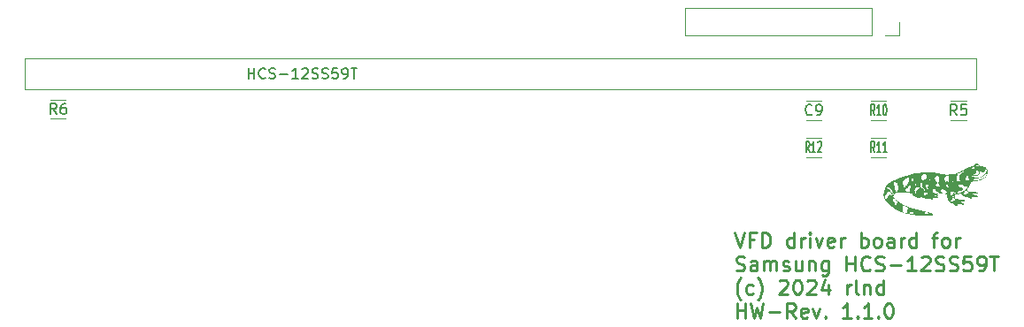
<source format=gbr>
%TF.GenerationSoftware,KiCad,Pcbnew,8.0.3+dfsg-1*%
%TF.CreationDate,2024-07-07T12:28:04+02:00*%
%TF.ProjectId,VFD-Driverboard,5646442d-4472-4697-9665-72626f617264,rev?*%
%TF.SameCoordinates,Original*%
%TF.FileFunction,Legend,Top*%
%TF.FilePolarity,Positive*%
%FSLAX45Y45*%
G04 Gerber Fmt 4.5, Leading zero omitted, Abs format (unit mm)*
G04 Created by KiCad (PCBNEW 8.0.3+dfsg-1) date 2024-07-07 12:28:04*
%MOMM*%
%LPD*%
G01*
G04 APERTURE LIST*
%ADD10C,0.250000*%
%ADD11C,0.300000*%
%ADD12C,0.150000*%
%ADD13C,0.000000*%
%ADD14C,0.100000*%
%ADD15C,0.120000*%
G04 APERTURE END LIST*
D10*
X8579781Y-3665390D02*
X8626447Y-3805390D01*
X8626447Y-3805390D02*
X8673114Y-3665390D01*
X8766447Y-3732057D02*
X8719781Y-3732057D01*
X8719781Y-3805390D02*
X8719781Y-3665390D01*
X8719781Y-3665390D02*
X8786447Y-3665390D01*
X8839781Y-3805390D02*
X8839781Y-3665390D01*
X8839781Y-3665390D02*
X8873114Y-3665390D01*
X8873114Y-3665390D02*
X8893114Y-3672057D01*
X8893114Y-3672057D02*
X8906447Y-3685390D01*
X8906447Y-3685390D02*
X8913114Y-3698723D01*
X8913114Y-3698723D02*
X8919781Y-3725390D01*
X8919781Y-3725390D02*
X8919781Y-3745390D01*
X8919781Y-3745390D02*
X8913114Y-3772057D01*
X8913114Y-3772057D02*
X8906447Y-3785390D01*
X8906447Y-3785390D02*
X8893114Y-3798723D01*
X8893114Y-3798723D02*
X8873114Y-3805390D01*
X8873114Y-3805390D02*
X8839781Y-3805390D01*
X9146447Y-3805390D02*
X9146447Y-3665390D01*
X9146447Y-3798723D02*
X9133114Y-3805390D01*
X9133114Y-3805390D02*
X9106447Y-3805390D01*
X9106447Y-3805390D02*
X9093114Y-3798723D01*
X9093114Y-3798723D02*
X9086447Y-3792057D01*
X9086447Y-3792057D02*
X9079781Y-3778723D01*
X9079781Y-3778723D02*
X9079781Y-3738723D01*
X9079781Y-3738723D02*
X9086447Y-3725390D01*
X9086447Y-3725390D02*
X9093114Y-3718723D01*
X9093114Y-3718723D02*
X9106447Y-3712057D01*
X9106447Y-3712057D02*
X9133114Y-3712057D01*
X9133114Y-3712057D02*
X9146447Y-3718723D01*
X9213114Y-3805390D02*
X9213114Y-3712057D01*
X9213114Y-3738723D02*
X9219781Y-3725390D01*
X9219781Y-3725390D02*
X9226447Y-3718723D01*
X9226447Y-3718723D02*
X9239781Y-3712057D01*
X9239781Y-3712057D02*
X9253114Y-3712057D01*
X9299781Y-3805390D02*
X9299781Y-3712057D01*
X9299781Y-3665390D02*
X9293114Y-3672057D01*
X9293114Y-3672057D02*
X9299781Y-3678723D01*
X9299781Y-3678723D02*
X9306447Y-3672057D01*
X9306447Y-3672057D02*
X9299781Y-3665390D01*
X9299781Y-3665390D02*
X9299781Y-3678723D01*
X9353114Y-3712057D02*
X9386447Y-3805390D01*
X9386447Y-3805390D02*
X9419781Y-3712057D01*
X9526447Y-3798723D02*
X9513114Y-3805390D01*
X9513114Y-3805390D02*
X9486447Y-3805390D01*
X9486447Y-3805390D02*
X9473114Y-3798723D01*
X9473114Y-3798723D02*
X9466447Y-3785390D01*
X9466447Y-3785390D02*
X9466447Y-3732057D01*
X9466447Y-3732057D02*
X9473114Y-3718723D01*
X9473114Y-3718723D02*
X9486447Y-3712057D01*
X9486447Y-3712057D02*
X9513114Y-3712057D01*
X9513114Y-3712057D02*
X9526447Y-3718723D01*
X9526447Y-3718723D02*
X9533114Y-3732057D01*
X9533114Y-3732057D02*
X9533114Y-3745390D01*
X9533114Y-3745390D02*
X9466447Y-3758723D01*
X9593114Y-3805390D02*
X9593114Y-3712057D01*
X9593114Y-3738723D02*
X9599781Y-3725390D01*
X9599781Y-3725390D02*
X9606447Y-3718723D01*
X9606447Y-3718723D02*
X9619781Y-3712057D01*
X9619781Y-3712057D02*
X9633114Y-3712057D01*
X9786448Y-3805390D02*
X9786448Y-3665390D01*
X9786448Y-3718723D02*
X9799781Y-3712057D01*
X9799781Y-3712057D02*
X9826448Y-3712057D01*
X9826448Y-3712057D02*
X9839781Y-3718723D01*
X9839781Y-3718723D02*
X9846448Y-3725390D01*
X9846448Y-3725390D02*
X9853114Y-3738723D01*
X9853114Y-3738723D02*
X9853114Y-3778723D01*
X9853114Y-3778723D02*
X9846448Y-3792057D01*
X9846448Y-3792057D02*
X9839781Y-3798723D01*
X9839781Y-3798723D02*
X9826448Y-3805390D01*
X9826448Y-3805390D02*
X9799781Y-3805390D01*
X9799781Y-3805390D02*
X9786448Y-3798723D01*
X9933114Y-3805390D02*
X9919781Y-3798723D01*
X9919781Y-3798723D02*
X9913114Y-3792057D01*
X9913114Y-3792057D02*
X9906448Y-3778723D01*
X9906448Y-3778723D02*
X9906448Y-3738723D01*
X9906448Y-3738723D02*
X9913114Y-3725390D01*
X9913114Y-3725390D02*
X9919781Y-3718723D01*
X9919781Y-3718723D02*
X9933114Y-3712057D01*
X9933114Y-3712057D02*
X9953114Y-3712057D01*
X9953114Y-3712057D02*
X9966448Y-3718723D01*
X9966448Y-3718723D02*
X9973114Y-3725390D01*
X9973114Y-3725390D02*
X9979781Y-3738723D01*
X9979781Y-3738723D02*
X9979781Y-3778723D01*
X9979781Y-3778723D02*
X9973114Y-3792057D01*
X9973114Y-3792057D02*
X9966448Y-3798723D01*
X9966448Y-3798723D02*
X9953114Y-3805390D01*
X9953114Y-3805390D02*
X9933114Y-3805390D01*
X10099781Y-3805390D02*
X10099781Y-3732057D01*
X10099781Y-3732057D02*
X10093114Y-3718723D01*
X10093114Y-3718723D02*
X10079781Y-3712057D01*
X10079781Y-3712057D02*
X10053114Y-3712057D01*
X10053114Y-3712057D02*
X10039781Y-3718723D01*
X10099781Y-3798723D02*
X10086448Y-3805390D01*
X10086448Y-3805390D02*
X10053114Y-3805390D01*
X10053114Y-3805390D02*
X10039781Y-3798723D01*
X10039781Y-3798723D02*
X10033114Y-3785390D01*
X10033114Y-3785390D02*
X10033114Y-3772057D01*
X10033114Y-3772057D02*
X10039781Y-3758723D01*
X10039781Y-3758723D02*
X10053114Y-3752057D01*
X10053114Y-3752057D02*
X10086448Y-3752057D01*
X10086448Y-3752057D02*
X10099781Y-3745390D01*
X10166448Y-3805390D02*
X10166448Y-3712057D01*
X10166448Y-3738723D02*
X10173114Y-3725390D01*
X10173114Y-3725390D02*
X10179781Y-3718723D01*
X10179781Y-3718723D02*
X10193114Y-3712057D01*
X10193114Y-3712057D02*
X10206448Y-3712057D01*
X10313114Y-3805390D02*
X10313114Y-3665390D01*
X10313114Y-3798723D02*
X10299781Y-3805390D01*
X10299781Y-3805390D02*
X10273114Y-3805390D01*
X10273114Y-3805390D02*
X10259781Y-3798723D01*
X10259781Y-3798723D02*
X10253114Y-3792057D01*
X10253114Y-3792057D02*
X10246448Y-3778723D01*
X10246448Y-3778723D02*
X10246448Y-3738723D01*
X10246448Y-3738723D02*
X10253114Y-3725390D01*
X10253114Y-3725390D02*
X10259781Y-3718723D01*
X10259781Y-3718723D02*
X10273114Y-3712057D01*
X10273114Y-3712057D02*
X10299781Y-3712057D01*
X10299781Y-3712057D02*
X10313114Y-3718723D01*
X10466448Y-3712057D02*
X10519781Y-3712057D01*
X10486448Y-3805390D02*
X10486448Y-3685390D01*
X10486448Y-3685390D02*
X10493114Y-3672057D01*
X10493114Y-3672057D02*
X10506448Y-3665390D01*
X10506448Y-3665390D02*
X10519781Y-3665390D01*
X10586448Y-3805390D02*
X10573114Y-3798723D01*
X10573114Y-3798723D02*
X10566448Y-3792057D01*
X10566448Y-3792057D02*
X10559781Y-3778723D01*
X10559781Y-3778723D02*
X10559781Y-3738723D01*
X10559781Y-3738723D02*
X10566448Y-3725390D01*
X10566448Y-3725390D02*
X10573114Y-3718723D01*
X10573114Y-3718723D02*
X10586448Y-3712057D01*
X10586448Y-3712057D02*
X10606448Y-3712057D01*
X10606448Y-3712057D02*
X10619781Y-3718723D01*
X10619781Y-3718723D02*
X10626448Y-3725390D01*
X10626448Y-3725390D02*
X10633114Y-3738723D01*
X10633114Y-3738723D02*
X10633114Y-3778723D01*
X10633114Y-3778723D02*
X10626448Y-3792057D01*
X10626448Y-3792057D02*
X10619781Y-3798723D01*
X10619781Y-3798723D02*
X10606448Y-3805390D01*
X10606448Y-3805390D02*
X10586448Y-3805390D01*
X10693114Y-3805390D02*
X10693114Y-3712057D01*
X10693114Y-3738723D02*
X10699781Y-3725390D01*
X10699781Y-3725390D02*
X10706448Y-3718723D01*
X10706448Y-3718723D02*
X10719781Y-3712057D01*
X10719781Y-3712057D02*
X10733114Y-3712057D01*
X8593114Y-4024116D02*
X8613114Y-4030782D01*
X8613114Y-4030782D02*
X8646447Y-4030782D01*
X8646447Y-4030782D02*
X8659781Y-4024116D01*
X8659781Y-4024116D02*
X8666447Y-4017449D01*
X8666447Y-4017449D02*
X8673114Y-4004116D01*
X8673114Y-4004116D02*
X8673114Y-3990782D01*
X8673114Y-3990782D02*
X8666447Y-3977449D01*
X8666447Y-3977449D02*
X8659781Y-3970782D01*
X8659781Y-3970782D02*
X8646447Y-3964116D01*
X8646447Y-3964116D02*
X8619781Y-3957449D01*
X8619781Y-3957449D02*
X8606447Y-3950782D01*
X8606447Y-3950782D02*
X8599781Y-3944116D01*
X8599781Y-3944116D02*
X8593114Y-3930782D01*
X8593114Y-3930782D02*
X8593114Y-3917449D01*
X8593114Y-3917449D02*
X8599781Y-3904116D01*
X8599781Y-3904116D02*
X8606447Y-3897449D01*
X8606447Y-3897449D02*
X8619781Y-3890782D01*
X8619781Y-3890782D02*
X8653114Y-3890782D01*
X8653114Y-3890782D02*
X8673114Y-3897449D01*
X8793114Y-4030782D02*
X8793114Y-3957449D01*
X8793114Y-3957449D02*
X8786447Y-3944116D01*
X8786447Y-3944116D02*
X8773114Y-3937449D01*
X8773114Y-3937449D02*
X8746447Y-3937449D01*
X8746447Y-3937449D02*
X8733114Y-3944116D01*
X8793114Y-4024116D02*
X8779781Y-4030782D01*
X8779781Y-4030782D02*
X8746447Y-4030782D01*
X8746447Y-4030782D02*
X8733114Y-4024116D01*
X8733114Y-4024116D02*
X8726447Y-4010782D01*
X8726447Y-4010782D02*
X8726447Y-3997449D01*
X8726447Y-3997449D02*
X8733114Y-3984116D01*
X8733114Y-3984116D02*
X8746447Y-3977449D01*
X8746447Y-3977449D02*
X8779781Y-3977449D01*
X8779781Y-3977449D02*
X8793114Y-3970782D01*
X8859781Y-4030782D02*
X8859781Y-3937449D01*
X8859781Y-3950782D02*
X8866447Y-3944116D01*
X8866447Y-3944116D02*
X8879781Y-3937449D01*
X8879781Y-3937449D02*
X8899781Y-3937449D01*
X8899781Y-3937449D02*
X8913114Y-3944116D01*
X8913114Y-3944116D02*
X8919781Y-3957449D01*
X8919781Y-3957449D02*
X8919781Y-4030782D01*
X8919781Y-3957449D02*
X8926447Y-3944116D01*
X8926447Y-3944116D02*
X8939781Y-3937449D01*
X8939781Y-3937449D02*
X8959781Y-3937449D01*
X8959781Y-3937449D02*
X8973114Y-3944116D01*
X8973114Y-3944116D02*
X8979781Y-3957449D01*
X8979781Y-3957449D02*
X8979781Y-4030782D01*
X9039781Y-4024116D02*
X9053114Y-4030782D01*
X9053114Y-4030782D02*
X9079781Y-4030782D01*
X9079781Y-4030782D02*
X9093114Y-4024116D01*
X9093114Y-4024116D02*
X9099781Y-4010782D01*
X9099781Y-4010782D02*
X9099781Y-4004116D01*
X9099781Y-4004116D02*
X9093114Y-3990782D01*
X9093114Y-3990782D02*
X9079781Y-3984116D01*
X9079781Y-3984116D02*
X9059781Y-3984116D01*
X9059781Y-3984116D02*
X9046447Y-3977449D01*
X9046447Y-3977449D02*
X9039781Y-3964116D01*
X9039781Y-3964116D02*
X9039781Y-3957449D01*
X9039781Y-3957449D02*
X9046447Y-3944116D01*
X9046447Y-3944116D02*
X9059781Y-3937449D01*
X9059781Y-3937449D02*
X9079781Y-3937449D01*
X9079781Y-3937449D02*
X9093114Y-3944116D01*
X9219781Y-3937449D02*
X9219781Y-4030782D01*
X9159781Y-3937449D02*
X9159781Y-4010782D01*
X9159781Y-4010782D02*
X9166447Y-4024116D01*
X9166447Y-4024116D02*
X9179781Y-4030782D01*
X9179781Y-4030782D02*
X9199781Y-4030782D01*
X9199781Y-4030782D02*
X9213114Y-4024116D01*
X9213114Y-4024116D02*
X9219781Y-4017449D01*
X9286447Y-3937449D02*
X9286447Y-4030782D01*
X9286447Y-3950782D02*
X9293114Y-3944116D01*
X9293114Y-3944116D02*
X9306447Y-3937449D01*
X9306447Y-3937449D02*
X9326447Y-3937449D01*
X9326447Y-3937449D02*
X9339781Y-3944116D01*
X9339781Y-3944116D02*
X9346447Y-3957449D01*
X9346447Y-3957449D02*
X9346447Y-4030782D01*
X9473114Y-3937449D02*
X9473114Y-4050782D01*
X9473114Y-4050782D02*
X9466447Y-4064116D01*
X9466447Y-4064116D02*
X9459781Y-4070782D01*
X9459781Y-4070782D02*
X9446447Y-4077449D01*
X9446447Y-4077449D02*
X9426447Y-4077449D01*
X9426447Y-4077449D02*
X9413114Y-4070782D01*
X9473114Y-4024116D02*
X9459781Y-4030782D01*
X9459781Y-4030782D02*
X9433114Y-4030782D01*
X9433114Y-4030782D02*
X9419781Y-4024116D01*
X9419781Y-4024116D02*
X9413114Y-4017449D01*
X9413114Y-4017449D02*
X9406447Y-4004116D01*
X9406447Y-4004116D02*
X9406447Y-3964116D01*
X9406447Y-3964116D02*
X9413114Y-3950782D01*
X9413114Y-3950782D02*
X9419781Y-3944116D01*
X9419781Y-3944116D02*
X9433114Y-3937449D01*
X9433114Y-3937449D02*
X9459781Y-3937449D01*
X9459781Y-3937449D02*
X9473114Y-3944116D01*
X9646447Y-4030782D02*
X9646447Y-3890782D01*
X9646447Y-3957449D02*
X9726447Y-3957449D01*
X9726447Y-4030782D02*
X9726447Y-3890782D01*
X9873114Y-4017449D02*
X9866447Y-4024116D01*
X9866447Y-4024116D02*
X9846447Y-4030782D01*
X9846447Y-4030782D02*
X9833114Y-4030782D01*
X9833114Y-4030782D02*
X9813114Y-4024116D01*
X9813114Y-4024116D02*
X9799781Y-4010782D01*
X9799781Y-4010782D02*
X9793114Y-3997449D01*
X9793114Y-3997449D02*
X9786447Y-3970782D01*
X9786447Y-3970782D02*
X9786447Y-3950782D01*
X9786447Y-3950782D02*
X9793114Y-3924116D01*
X9793114Y-3924116D02*
X9799781Y-3910782D01*
X9799781Y-3910782D02*
X9813114Y-3897449D01*
X9813114Y-3897449D02*
X9833114Y-3890782D01*
X9833114Y-3890782D02*
X9846447Y-3890782D01*
X9846447Y-3890782D02*
X9866447Y-3897449D01*
X9866447Y-3897449D02*
X9873114Y-3904116D01*
X9926447Y-4024116D02*
X9946447Y-4030782D01*
X9946447Y-4030782D02*
X9979781Y-4030782D01*
X9979781Y-4030782D02*
X9993114Y-4024116D01*
X9993114Y-4024116D02*
X9999781Y-4017449D01*
X9999781Y-4017449D02*
X10006447Y-4004116D01*
X10006447Y-4004116D02*
X10006447Y-3990782D01*
X10006447Y-3990782D02*
X9999781Y-3977449D01*
X9999781Y-3977449D02*
X9993114Y-3970782D01*
X9993114Y-3970782D02*
X9979781Y-3964116D01*
X9979781Y-3964116D02*
X9953114Y-3957449D01*
X9953114Y-3957449D02*
X9939781Y-3950782D01*
X9939781Y-3950782D02*
X9933114Y-3944116D01*
X9933114Y-3944116D02*
X9926447Y-3930782D01*
X9926447Y-3930782D02*
X9926447Y-3917449D01*
X9926447Y-3917449D02*
X9933114Y-3904116D01*
X9933114Y-3904116D02*
X9939781Y-3897449D01*
X9939781Y-3897449D02*
X9953114Y-3890782D01*
X9953114Y-3890782D02*
X9986447Y-3890782D01*
X9986447Y-3890782D02*
X10006447Y-3897449D01*
X10066447Y-3977449D02*
X10173114Y-3977449D01*
X10313114Y-4030782D02*
X10233114Y-4030782D01*
X10273114Y-4030782D02*
X10273114Y-3890782D01*
X10273114Y-3890782D02*
X10259781Y-3910782D01*
X10259781Y-3910782D02*
X10246447Y-3924116D01*
X10246447Y-3924116D02*
X10233114Y-3930782D01*
X10366447Y-3904116D02*
X10373114Y-3897449D01*
X10373114Y-3897449D02*
X10386447Y-3890782D01*
X10386447Y-3890782D02*
X10419781Y-3890782D01*
X10419781Y-3890782D02*
X10433114Y-3897449D01*
X10433114Y-3897449D02*
X10439781Y-3904116D01*
X10439781Y-3904116D02*
X10446447Y-3917449D01*
X10446447Y-3917449D02*
X10446447Y-3930782D01*
X10446447Y-3930782D02*
X10439781Y-3950782D01*
X10439781Y-3950782D02*
X10359781Y-4030782D01*
X10359781Y-4030782D02*
X10446447Y-4030782D01*
X10499781Y-4024116D02*
X10519781Y-4030782D01*
X10519781Y-4030782D02*
X10553114Y-4030782D01*
X10553114Y-4030782D02*
X10566447Y-4024116D01*
X10566447Y-4024116D02*
X10573114Y-4017449D01*
X10573114Y-4017449D02*
X10579781Y-4004116D01*
X10579781Y-4004116D02*
X10579781Y-3990782D01*
X10579781Y-3990782D02*
X10573114Y-3977449D01*
X10573114Y-3977449D02*
X10566447Y-3970782D01*
X10566447Y-3970782D02*
X10553114Y-3964116D01*
X10553114Y-3964116D02*
X10526447Y-3957449D01*
X10526447Y-3957449D02*
X10513114Y-3950782D01*
X10513114Y-3950782D02*
X10506447Y-3944116D01*
X10506447Y-3944116D02*
X10499781Y-3930782D01*
X10499781Y-3930782D02*
X10499781Y-3917449D01*
X10499781Y-3917449D02*
X10506447Y-3904116D01*
X10506447Y-3904116D02*
X10513114Y-3897449D01*
X10513114Y-3897449D02*
X10526447Y-3890782D01*
X10526447Y-3890782D02*
X10559781Y-3890782D01*
X10559781Y-3890782D02*
X10579781Y-3897449D01*
X10633114Y-4024116D02*
X10653114Y-4030782D01*
X10653114Y-4030782D02*
X10686447Y-4030782D01*
X10686447Y-4030782D02*
X10699781Y-4024116D01*
X10699781Y-4024116D02*
X10706447Y-4017449D01*
X10706447Y-4017449D02*
X10713114Y-4004116D01*
X10713114Y-4004116D02*
X10713114Y-3990782D01*
X10713114Y-3990782D02*
X10706447Y-3977449D01*
X10706447Y-3977449D02*
X10699781Y-3970782D01*
X10699781Y-3970782D02*
X10686447Y-3964116D01*
X10686447Y-3964116D02*
X10659781Y-3957449D01*
X10659781Y-3957449D02*
X10646447Y-3950782D01*
X10646447Y-3950782D02*
X10639781Y-3944116D01*
X10639781Y-3944116D02*
X10633114Y-3930782D01*
X10633114Y-3930782D02*
X10633114Y-3917449D01*
X10633114Y-3917449D02*
X10639781Y-3904116D01*
X10639781Y-3904116D02*
X10646447Y-3897449D01*
X10646447Y-3897449D02*
X10659781Y-3890782D01*
X10659781Y-3890782D02*
X10693114Y-3890782D01*
X10693114Y-3890782D02*
X10713114Y-3897449D01*
X10839781Y-3890782D02*
X10773114Y-3890782D01*
X10773114Y-3890782D02*
X10766447Y-3957449D01*
X10766447Y-3957449D02*
X10773114Y-3950782D01*
X10773114Y-3950782D02*
X10786447Y-3944116D01*
X10786447Y-3944116D02*
X10819781Y-3944116D01*
X10819781Y-3944116D02*
X10833114Y-3950782D01*
X10833114Y-3950782D02*
X10839781Y-3957449D01*
X10839781Y-3957449D02*
X10846447Y-3970782D01*
X10846447Y-3970782D02*
X10846447Y-4004116D01*
X10846447Y-4004116D02*
X10839781Y-4017449D01*
X10839781Y-4017449D02*
X10833114Y-4024116D01*
X10833114Y-4024116D02*
X10819781Y-4030782D01*
X10819781Y-4030782D02*
X10786447Y-4030782D01*
X10786447Y-4030782D02*
X10773114Y-4024116D01*
X10773114Y-4024116D02*
X10766447Y-4017449D01*
X10913114Y-4030782D02*
X10939781Y-4030782D01*
X10939781Y-4030782D02*
X10953114Y-4024116D01*
X10953114Y-4024116D02*
X10959781Y-4017449D01*
X10959781Y-4017449D02*
X10973114Y-3997449D01*
X10973114Y-3997449D02*
X10979781Y-3970782D01*
X10979781Y-3970782D02*
X10979781Y-3917449D01*
X10979781Y-3917449D02*
X10973114Y-3904116D01*
X10973114Y-3904116D02*
X10966447Y-3897449D01*
X10966447Y-3897449D02*
X10953114Y-3890782D01*
X10953114Y-3890782D02*
X10926447Y-3890782D01*
X10926447Y-3890782D02*
X10913114Y-3897449D01*
X10913114Y-3897449D02*
X10906447Y-3904116D01*
X10906447Y-3904116D02*
X10899781Y-3917449D01*
X10899781Y-3917449D02*
X10899781Y-3950782D01*
X10899781Y-3950782D02*
X10906447Y-3964116D01*
X10906447Y-3964116D02*
X10913114Y-3970782D01*
X10913114Y-3970782D02*
X10926447Y-3977449D01*
X10926447Y-3977449D02*
X10953114Y-3977449D01*
X10953114Y-3977449D02*
X10966447Y-3970782D01*
X10966447Y-3970782D02*
X10973114Y-3964116D01*
X10973114Y-3964116D02*
X10979781Y-3950782D01*
X11019781Y-3890782D02*
X11099781Y-3890782D01*
X11059781Y-4030782D02*
X11059781Y-3890782D01*
X8639781Y-4309508D02*
X8633114Y-4302841D01*
X8633114Y-4302841D02*
X8619781Y-4282841D01*
X8619781Y-4282841D02*
X8613114Y-4269508D01*
X8613114Y-4269508D02*
X8606447Y-4249508D01*
X8606447Y-4249508D02*
X8599781Y-4216174D01*
X8599781Y-4216174D02*
X8599781Y-4189508D01*
X8599781Y-4189508D02*
X8606447Y-4156174D01*
X8606447Y-4156174D02*
X8613114Y-4136174D01*
X8613114Y-4136174D02*
X8619781Y-4122841D01*
X8619781Y-4122841D02*
X8633114Y-4102841D01*
X8633114Y-4102841D02*
X8639781Y-4096174D01*
X8753114Y-4249508D02*
X8739781Y-4256174D01*
X8739781Y-4256174D02*
X8713114Y-4256174D01*
X8713114Y-4256174D02*
X8699781Y-4249508D01*
X8699781Y-4249508D02*
X8693114Y-4242841D01*
X8693114Y-4242841D02*
X8686447Y-4229508D01*
X8686447Y-4229508D02*
X8686447Y-4189508D01*
X8686447Y-4189508D02*
X8693114Y-4176174D01*
X8693114Y-4176174D02*
X8699781Y-4169508D01*
X8699781Y-4169508D02*
X8713114Y-4162841D01*
X8713114Y-4162841D02*
X8739781Y-4162841D01*
X8739781Y-4162841D02*
X8753114Y-4169508D01*
X8799781Y-4309508D02*
X8806447Y-4302841D01*
X8806447Y-4302841D02*
X8819781Y-4282841D01*
X8819781Y-4282841D02*
X8826447Y-4269508D01*
X8826447Y-4269508D02*
X8833114Y-4249508D01*
X8833114Y-4249508D02*
X8839781Y-4216174D01*
X8839781Y-4216174D02*
X8839781Y-4189508D01*
X8839781Y-4189508D02*
X8833114Y-4156174D01*
X8833114Y-4156174D02*
X8826447Y-4136174D01*
X8826447Y-4136174D02*
X8819781Y-4122841D01*
X8819781Y-4122841D02*
X8806447Y-4102841D01*
X8806447Y-4102841D02*
X8799781Y-4096174D01*
X9006447Y-4129508D02*
X9013114Y-4122841D01*
X9013114Y-4122841D02*
X9026447Y-4116174D01*
X9026447Y-4116174D02*
X9059781Y-4116174D01*
X9059781Y-4116174D02*
X9073114Y-4122841D01*
X9073114Y-4122841D02*
X9079781Y-4129508D01*
X9079781Y-4129508D02*
X9086447Y-4142841D01*
X9086447Y-4142841D02*
X9086447Y-4156174D01*
X9086447Y-4156174D02*
X9079781Y-4176174D01*
X9079781Y-4176174D02*
X8999781Y-4256174D01*
X8999781Y-4256174D02*
X9086447Y-4256174D01*
X9173114Y-4116174D02*
X9186447Y-4116174D01*
X9186447Y-4116174D02*
X9199781Y-4122841D01*
X9199781Y-4122841D02*
X9206447Y-4129508D01*
X9206447Y-4129508D02*
X9213114Y-4142841D01*
X9213114Y-4142841D02*
X9219781Y-4169508D01*
X9219781Y-4169508D02*
X9219781Y-4202841D01*
X9219781Y-4202841D02*
X9213114Y-4229508D01*
X9213114Y-4229508D02*
X9206447Y-4242841D01*
X9206447Y-4242841D02*
X9199781Y-4249508D01*
X9199781Y-4249508D02*
X9186447Y-4256174D01*
X9186447Y-4256174D02*
X9173114Y-4256174D01*
X9173114Y-4256174D02*
X9159781Y-4249508D01*
X9159781Y-4249508D02*
X9153114Y-4242841D01*
X9153114Y-4242841D02*
X9146447Y-4229508D01*
X9146447Y-4229508D02*
X9139781Y-4202841D01*
X9139781Y-4202841D02*
X9139781Y-4169508D01*
X9139781Y-4169508D02*
X9146447Y-4142841D01*
X9146447Y-4142841D02*
X9153114Y-4129508D01*
X9153114Y-4129508D02*
X9159781Y-4122841D01*
X9159781Y-4122841D02*
X9173114Y-4116174D01*
X9273114Y-4129508D02*
X9279781Y-4122841D01*
X9279781Y-4122841D02*
X9293114Y-4116174D01*
X9293114Y-4116174D02*
X9326447Y-4116174D01*
X9326447Y-4116174D02*
X9339781Y-4122841D01*
X9339781Y-4122841D02*
X9346447Y-4129508D01*
X9346447Y-4129508D02*
X9353114Y-4142841D01*
X9353114Y-4142841D02*
X9353114Y-4156174D01*
X9353114Y-4156174D02*
X9346447Y-4176174D01*
X9346447Y-4176174D02*
X9266447Y-4256174D01*
X9266447Y-4256174D02*
X9353114Y-4256174D01*
X9473114Y-4162841D02*
X9473114Y-4256174D01*
X9439781Y-4109508D02*
X9406447Y-4209508D01*
X9406447Y-4209508D02*
X9493114Y-4209508D01*
X9653114Y-4256174D02*
X9653114Y-4162841D01*
X9653114Y-4189508D02*
X9659781Y-4176174D01*
X9659781Y-4176174D02*
X9666447Y-4169508D01*
X9666447Y-4169508D02*
X9679781Y-4162841D01*
X9679781Y-4162841D02*
X9693114Y-4162841D01*
X9759781Y-4256174D02*
X9746447Y-4249508D01*
X9746447Y-4249508D02*
X9739781Y-4236174D01*
X9739781Y-4236174D02*
X9739781Y-4116174D01*
X9813114Y-4162841D02*
X9813114Y-4256174D01*
X9813114Y-4176174D02*
X9819781Y-4169508D01*
X9819781Y-4169508D02*
X9833114Y-4162841D01*
X9833114Y-4162841D02*
X9853114Y-4162841D01*
X9853114Y-4162841D02*
X9866447Y-4169508D01*
X9866447Y-4169508D02*
X9873114Y-4182841D01*
X9873114Y-4182841D02*
X9873114Y-4256174D01*
X9999781Y-4256174D02*
X9999781Y-4116174D01*
X9999781Y-4249508D02*
X9986447Y-4256174D01*
X9986447Y-4256174D02*
X9959781Y-4256174D01*
X9959781Y-4256174D02*
X9946447Y-4249508D01*
X9946447Y-4249508D02*
X9939781Y-4242841D01*
X9939781Y-4242841D02*
X9933114Y-4229508D01*
X9933114Y-4229508D02*
X9933114Y-4189508D01*
X9933114Y-4189508D02*
X9939781Y-4176174D01*
X9939781Y-4176174D02*
X9946447Y-4169508D01*
X9946447Y-4169508D02*
X9959781Y-4162841D01*
X9959781Y-4162841D02*
X9986447Y-4162841D01*
X9986447Y-4162841D02*
X9999781Y-4169508D01*
X8599781Y-4481567D02*
X8599781Y-4341567D01*
X8599781Y-4408233D02*
X8679781Y-4408233D01*
X8679781Y-4481567D02*
X8679781Y-4341567D01*
X8733114Y-4341567D02*
X8766447Y-4481567D01*
X8766447Y-4481567D02*
X8793114Y-4381567D01*
X8793114Y-4381567D02*
X8819781Y-4481567D01*
X8819781Y-4481567D02*
X8853114Y-4341567D01*
X8906447Y-4428233D02*
X9013114Y-4428233D01*
X9159781Y-4481567D02*
X9113114Y-4414900D01*
X9079781Y-4481567D02*
X9079781Y-4341567D01*
X9079781Y-4341567D02*
X9133114Y-4341567D01*
X9133114Y-4341567D02*
X9146447Y-4348233D01*
X9146447Y-4348233D02*
X9153114Y-4354900D01*
X9153114Y-4354900D02*
X9159781Y-4368233D01*
X9159781Y-4368233D02*
X9159781Y-4388233D01*
X9159781Y-4388233D02*
X9153114Y-4401567D01*
X9153114Y-4401567D02*
X9146447Y-4408233D01*
X9146447Y-4408233D02*
X9133114Y-4414900D01*
X9133114Y-4414900D02*
X9079781Y-4414900D01*
X9273114Y-4474900D02*
X9259781Y-4481567D01*
X9259781Y-4481567D02*
X9233114Y-4481567D01*
X9233114Y-4481567D02*
X9219781Y-4474900D01*
X9219781Y-4474900D02*
X9213114Y-4461567D01*
X9213114Y-4461567D02*
X9213114Y-4408233D01*
X9213114Y-4408233D02*
X9219781Y-4394900D01*
X9219781Y-4394900D02*
X9233114Y-4388233D01*
X9233114Y-4388233D02*
X9259781Y-4388233D01*
X9259781Y-4388233D02*
X9273114Y-4394900D01*
X9273114Y-4394900D02*
X9279781Y-4408233D01*
X9279781Y-4408233D02*
X9279781Y-4421567D01*
X9279781Y-4421567D02*
X9213114Y-4434900D01*
X9326447Y-4388233D02*
X9359781Y-4481567D01*
X9359781Y-4481567D02*
X9393114Y-4388233D01*
X9446447Y-4468233D02*
X9453114Y-4474900D01*
X9453114Y-4474900D02*
X9446447Y-4481567D01*
X9446447Y-4481567D02*
X9439781Y-4474900D01*
X9439781Y-4474900D02*
X9446447Y-4468233D01*
X9446447Y-4468233D02*
X9446447Y-4481567D01*
X9693114Y-4481567D02*
X9613114Y-4481567D01*
X9653114Y-4481567D02*
X9653114Y-4341567D01*
X9653114Y-4341567D02*
X9639781Y-4361567D01*
X9639781Y-4361567D02*
X9626447Y-4374900D01*
X9626447Y-4374900D02*
X9613114Y-4381567D01*
X9753114Y-4468233D02*
X9759781Y-4474900D01*
X9759781Y-4474900D02*
X9753114Y-4481567D01*
X9753114Y-4481567D02*
X9746447Y-4474900D01*
X9746447Y-4474900D02*
X9753114Y-4468233D01*
X9753114Y-4468233D02*
X9753114Y-4481567D01*
X9893114Y-4481567D02*
X9813114Y-4481567D01*
X9853114Y-4481567D02*
X9853114Y-4341567D01*
X9853114Y-4341567D02*
X9839781Y-4361567D01*
X9839781Y-4361567D02*
X9826447Y-4374900D01*
X9826447Y-4374900D02*
X9813114Y-4381567D01*
X9953114Y-4468233D02*
X9959781Y-4474900D01*
X9959781Y-4474900D02*
X9953114Y-4481567D01*
X9953114Y-4481567D02*
X9946447Y-4474900D01*
X9946447Y-4474900D02*
X9953114Y-4468233D01*
X9953114Y-4468233D02*
X9953114Y-4481567D01*
X10046447Y-4341567D02*
X10059781Y-4341567D01*
X10059781Y-4341567D02*
X10073114Y-4348233D01*
X10073114Y-4348233D02*
X10079781Y-4354900D01*
X10079781Y-4354900D02*
X10086447Y-4368233D01*
X10086447Y-4368233D02*
X10093114Y-4394900D01*
X10093114Y-4394900D02*
X10093114Y-4428233D01*
X10093114Y-4428233D02*
X10086447Y-4454900D01*
X10086447Y-4454900D02*
X10079781Y-4468233D01*
X10079781Y-4468233D02*
X10073114Y-4474900D01*
X10073114Y-4474900D02*
X10059781Y-4481567D01*
X10059781Y-4481567D02*
X10046447Y-4481567D01*
X10046447Y-4481567D02*
X10033114Y-4474900D01*
X10033114Y-4474900D02*
X10026447Y-4468233D01*
X10026447Y-4468233D02*
X10019781Y-4454900D01*
X10019781Y-4454900D02*
X10013114Y-4428233D01*
X10013114Y-4428233D02*
X10013114Y-4394900D01*
X10013114Y-4394900D02*
X10019781Y-4368233D01*
X10019781Y-4368233D02*
X10026447Y-4354900D01*
X10026447Y-4354900D02*
X10033114Y-4348233D01*
X10033114Y-4348233D02*
X10046447Y-4341567D01*
D11*
X10367857Y-3174976D02*
X10353572Y-3167833D01*
X10353572Y-3167833D02*
X10332143Y-3167833D01*
X10332143Y-3167833D02*
X10310714Y-3174976D01*
X10310714Y-3174976D02*
X10296429Y-3189261D01*
X10296429Y-3189261D02*
X10289286Y-3203547D01*
X10289286Y-3203547D02*
X10282143Y-3232118D01*
X10282143Y-3232118D02*
X10282143Y-3253547D01*
X10282143Y-3253547D02*
X10289286Y-3282118D01*
X10289286Y-3282118D02*
X10296429Y-3296404D01*
X10296429Y-3296404D02*
X10310714Y-3310690D01*
X10310714Y-3310690D02*
X10332143Y-3317833D01*
X10332143Y-3317833D02*
X10346429Y-3317833D01*
X10346429Y-3317833D02*
X10367857Y-3310690D01*
X10367857Y-3310690D02*
X10375000Y-3303547D01*
X10375000Y-3303547D02*
X10375000Y-3253547D01*
X10375000Y-3253547D02*
X10346429Y-3253547D01*
X10460714Y-3167833D02*
X10460714Y-3203547D01*
X10425000Y-3189261D02*
X10460714Y-3203547D01*
X10460714Y-3203547D02*
X10496429Y-3189261D01*
X10439286Y-3232118D02*
X10460714Y-3203547D01*
X10460714Y-3203547D02*
X10482143Y-3232118D01*
X10575000Y-3167833D02*
X10575000Y-3203547D01*
X10539286Y-3189261D02*
X10575000Y-3203547D01*
X10575000Y-3203547D02*
X10610714Y-3189261D01*
X10553571Y-3232118D02*
X10575000Y-3203547D01*
X10575000Y-3203547D02*
X10596429Y-3232118D01*
X10689286Y-3167833D02*
X10689286Y-3203547D01*
X10653571Y-3189261D02*
X10689286Y-3203547D01*
X10689286Y-3203547D02*
X10725000Y-3189261D01*
X10667857Y-3232118D02*
X10689286Y-3203547D01*
X10689286Y-3203547D02*
X10710714Y-3232118D01*
D12*
X3927125Y-2189172D02*
X3927125Y-2089172D01*
X3927125Y-2136791D02*
X3984268Y-2136791D01*
X3984268Y-2189172D02*
X3984268Y-2089172D01*
X4089030Y-2179648D02*
X4084268Y-2184410D01*
X4084268Y-2184410D02*
X4069982Y-2189172D01*
X4069982Y-2189172D02*
X4060458Y-2189172D01*
X4060458Y-2189172D02*
X4046173Y-2184410D01*
X4046173Y-2184410D02*
X4036649Y-2174886D01*
X4036649Y-2174886D02*
X4031887Y-2165362D01*
X4031887Y-2165362D02*
X4027125Y-2146315D01*
X4027125Y-2146315D02*
X4027125Y-2132029D01*
X4027125Y-2132029D02*
X4031887Y-2112981D01*
X4031887Y-2112981D02*
X4036649Y-2103458D01*
X4036649Y-2103458D02*
X4046173Y-2093934D01*
X4046173Y-2093934D02*
X4060458Y-2089172D01*
X4060458Y-2089172D02*
X4069982Y-2089172D01*
X4069982Y-2089172D02*
X4084268Y-2093934D01*
X4084268Y-2093934D02*
X4089030Y-2098696D01*
X4127125Y-2184410D02*
X4141411Y-2189172D01*
X4141411Y-2189172D02*
X4165220Y-2189172D01*
X4165220Y-2189172D02*
X4174744Y-2184410D01*
X4174744Y-2184410D02*
X4179506Y-2179648D01*
X4179506Y-2179648D02*
X4184268Y-2170124D01*
X4184268Y-2170124D02*
X4184268Y-2160600D01*
X4184268Y-2160600D02*
X4179506Y-2151077D01*
X4179506Y-2151077D02*
X4174744Y-2146315D01*
X4174744Y-2146315D02*
X4165220Y-2141553D01*
X4165220Y-2141553D02*
X4146173Y-2136791D01*
X4146173Y-2136791D02*
X4136649Y-2132029D01*
X4136649Y-2132029D02*
X4131887Y-2127267D01*
X4131887Y-2127267D02*
X4127125Y-2117743D01*
X4127125Y-2117743D02*
X4127125Y-2108220D01*
X4127125Y-2108220D02*
X4131887Y-2098696D01*
X4131887Y-2098696D02*
X4136649Y-2093934D01*
X4136649Y-2093934D02*
X4146173Y-2089172D01*
X4146173Y-2089172D02*
X4169982Y-2089172D01*
X4169982Y-2089172D02*
X4184268Y-2093934D01*
X4227125Y-2151077D02*
X4303316Y-2151077D01*
X4403316Y-2189172D02*
X4346173Y-2189172D01*
X4374744Y-2189172D02*
X4374744Y-2089172D01*
X4374744Y-2089172D02*
X4365220Y-2103458D01*
X4365220Y-2103458D02*
X4355697Y-2112981D01*
X4355697Y-2112981D02*
X4346173Y-2117743D01*
X4441411Y-2098696D02*
X4446173Y-2093934D01*
X4446173Y-2093934D02*
X4455697Y-2089172D01*
X4455697Y-2089172D02*
X4479506Y-2089172D01*
X4479506Y-2089172D02*
X4489030Y-2093934D01*
X4489030Y-2093934D02*
X4493792Y-2098696D01*
X4493792Y-2098696D02*
X4498554Y-2108220D01*
X4498554Y-2108220D02*
X4498554Y-2117743D01*
X4498554Y-2117743D02*
X4493792Y-2132029D01*
X4493792Y-2132029D02*
X4436649Y-2189172D01*
X4436649Y-2189172D02*
X4498554Y-2189172D01*
X4536649Y-2184410D02*
X4550935Y-2189172D01*
X4550935Y-2189172D02*
X4574744Y-2189172D01*
X4574744Y-2189172D02*
X4584268Y-2184410D01*
X4584268Y-2184410D02*
X4589030Y-2179648D01*
X4589030Y-2179648D02*
X4593792Y-2170124D01*
X4593792Y-2170124D02*
X4593792Y-2160600D01*
X4593792Y-2160600D02*
X4589030Y-2151077D01*
X4589030Y-2151077D02*
X4584268Y-2146315D01*
X4584268Y-2146315D02*
X4574744Y-2141553D01*
X4574744Y-2141553D02*
X4555697Y-2136791D01*
X4555697Y-2136791D02*
X4546173Y-2132029D01*
X4546173Y-2132029D02*
X4541411Y-2127267D01*
X4541411Y-2127267D02*
X4536649Y-2117743D01*
X4536649Y-2117743D02*
X4536649Y-2108220D01*
X4536649Y-2108220D02*
X4541411Y-2098696D01*
X4541411Y-2098696D02*
X4546173Y-2093934D01*
X4546173Y-2093934D02*
X4555697Y-2089172D01*
X4555697Y-2089172D02*
X4579506Y-2089172D01*
X4579506Y-2089172D02*
X4593792Y-2093934D01*
X4631887Y-2184410D02*
X4646173Y-2189172D01*
X4646173Y-2189172D02*
X4669982Y-2189172D01*
X4669982Y-2189172D02*
X4679506Y-2184410D01*
X4679506Y-2184410D02*
X4684268Y-2179648D01*
X4684268Y-2179648D02*
X4689030Y-2170124D01*
X4689030Y-2170124D02*
X4689030Y-2160600D01*
X4689030Y-2160600D02*
X4684268Y-2151077D01*
X4684268Y-2151077D02*
X4679506Y-2146315D01*
X4679506Y-2146315D02*
X4669982Y-2141553D01*
X4669982Y-2141553D02*
X4650935Y-2136791D01*
X4650935Y-2136791D02*
X4641411Y-2132029D01*
X4641411Y-2132029D02*
X4636649Y-2127267D01*
X4636649Y-2127267D02*
X4631887Y-2117743D01*
X4631887Y-2117743D02*
X4631887Y-2108220D01*
X4631887Y-2108220D02*
X4636649Y-2098696D01*
X4636649Y-2098696D02*
X4641411Y-2093934D01*
X4641411Y-2093934D02*
X4650935Y-2089172D01*
X4650935Y-2089172D02*
X4674744Y-2089172D01*
X4674744Y-2089172D02*
X4689030Y-2093934D01*
X4779506Y-2089172D02*
X4731887Y-2089172D01*
X4731887Y-2089172D02*
X4727125Y-2136791D01*
X4727125Y-2136791D02*
X4731887Y-2132029D01*
X4731887Y-2132029D02*
X4741411Y-2127267D01*
X4741411Y-2127267D02*
X4765220Y-2127267D01*
X4765220Y-2127267D02*
X4774744Y-2132029D01*
X4774744Y-2132029D02*
X4779506Y-2136791D01*
X4779506Y-2136791D02*
X4784268Y-2146315D01*
X4784268Y-2146315D02*
X4784268Y-2170124D01*
X4784268Y-2170124D02*
X4779506Y-2179648D01*
X4779506Y-2179648D02*
X4774744Y-2184410D01*
X4774744Y-2184410D02*
X4765220Y-2189172D01*
X4765220Y-2189172D02*
X4741411Y-2189172D01*
X4741411Y-2189172D02*
X4731887Y-2184410D01*
X4731887Y-2184410D02*
X4727125Y-2179648D01*
X4831887Y-2189172D02*
X4850935Y-2189172D01*
X4850935Y-2189172D02*
X4860459Y-2184410D01*
X4860459Y-2184410D02*
X4865220Y-2179648D01*
X4865220Y-2179648D02*
X4874744Y-2165362D01*
X4874744Y-2165362D02*
X4879506Y-2146315D01*
X4879506Y-2146315D02*
X4879506Y-2108220D01*
X4879506Y-2108220D02*
X4874744Y-2098696D01*
X4874744Y-2098696D02*
X4869982Y-2093934D01*
X4869982Y-2093934D02*
X4860459Y-2089172D01*
X4860459Y-2089172D02*
X4841411Y-2089172D01*
X4841411Y-2089172D02*
X4831887Y-2093934D01*
X4831887Y-2093934D02*
X4827125Y-2098696D01*
X4827125Y-2098696D02*
X4822363Y-2108220D01*
X4822363Y-2108220D02*
X4822363Y-2132029D01*
X4822363Y-2132029D02*
X4827125Y-2141553D01*
X4827125Y-2141553D02*
X4831887Y-2146315D01*
X4831887Y-2146315D02*
X4841411Y-2151077D01*
X4841411Y-2151077D02*
X4860459Y-2151077D01*
X4860459Y-2151077D02*
X4869982Y-2146315D01*
X4869982Y-2146315D02*
X4874744Y-2141553D01*
X4874744Y-2141553D02*
X4879506Y-2132029D01*
X4908078Y-2089172D02*
X4965220Y-2089172D01*
X4936649Y-2189172D02*
X4936649Y-2089172D01*
X9295049Y-2893702D02*
X9275049Y-2846083D01*
X9260763Y-2893702D02*
X9260763Y-2793702D01*
X9260763Y-2793702D02*
X9283620Y-2793702D01*
X9283620Y-2793702D02*
X9289334Y-2798464D01*
X9289334Y-2798464D02*
X9292191Y-2803226D01*
X9292191Y-2803226D02*
X9295049Y-2812749D01*
X9295049Y-2812749D02*
X9295049Y-2827035D01*
X9295049Y-2827035D02*
X9292191Y-2836559D01*
X9292191Y-2836559D02*
X9289334Y-2841321D01*
X9289334Y-2841321D02*
X9283620Y-2846083D01*
X9283620Y-2846083D02*
X9260763Y-2846083D01*
X9352191Y-2893702D02*
X9317906Y-2893702D01*
X9335049Y-2893702D02*
X9335049Y-2793702D01*
X9335049Y-2793702D02*
X9329334Y-2807988D01*
X9329334Y-2807988D02*
X9323620Y-2817511D01*
X9323620Y-2817511D02*
X9317906Y-2822273D01*
X9375049Y-2803226D02*
X9377906Y-2798464D01*
X9377906Y-2798464D02*
X9383620Y-2793702D01*
X9383620Y-2793702D02*
X9397906Y-2793702D01*
X9397906Y-2793702D02*
X9403620Y-2798464D01*
X9403620Y-2798464D02*
X9406477Y-2803226D01*
X9406477Y-2803226D02*
X9409334Y-2812749D01*
X9409334Y-2812749D02*
X9409334Y-2822273D01*
X9409334Y-2822273D02*
X9406477Y-2836559D01*
X9406477Y-2836559D02*
X9372191Y-2893702D01*
X9372191Y-2893702D02*
X9409334Y-2893702D01*
X9917409Y-2893702D02*
X9897409Y-2846083D01*
X9883123Y-2893702D02*
X9883123Y-2793702D01*
X9883123Y-2793702D02*
X9905980Y-2793702D01*
X9905980Y-2793702D02*
X9911694Y-2798464D01*
X9911694Y-2798464D02*
X9914551Y-2803226D01*
X9914551Y-2803226D02*
X9917409Y-2812749D01*
X9917409Y-2812749D02*
X9917409Y-2827035D01*
X9917409Y-2827035D02*
X9914551Y-2836559D01*
X9914551Y-2836559D02*
X9911694Y-2841321D01*
X9911694Y-2841321D02*
X9905980Y-2846083D01*
X9905980Y-2846083D02*
X9883123Y-2846083D01*
X9974551Y-2893702D02*
X9940266Y-2893702D01*
X9957409Y-2893702D02*
X9957409Y-2793702D01*
X9957409Y-2793702D02*
X9951694Y-2807988D01*
X9951694Y-2807988D02*
X9945980Y-2817511D01*
X9945980Y-2817511D02*
X9940266Y-2822273D01*
X10031694Y-2893702D02*
X9997409Y-2893702D01*
X10014551Y-2893702D02*
X10014551Y-2793702D01*
X10014551Y-2793702D02*
X10008837Y-2807988D01*
X10008837Y-2807988D02*
X10003123Y-2817511D01*
X10003123Y-2817511D02*
X9997409Y-2822273D01*
X9316953Y-2528578D02*
X9312191Y-2533340D01*
X9312191Y-2533340D02*
X9297906Y-2538102D01*
X9297906Y-2538102D02*
X9288382Y-2538102D01*
X9288382Y-2538102D02*
X9274096Y-2533340D01*
X9274096Y-2533340D02*
X9264572Y-2523816D01*
X9264572Y-2523816D02*
X9259811Y-2514292D01*
X9259811Y-2514292D02*
X9255049Y-2495245D01*
X9255049Y-2495245D02*
X9255049Y-2480959D01*
X9255049Y-2480959D02*
X9259811Y-2461911D01*
X9259811Y-2461911D02*
X9264572Y-2452388D01*
X9264572Y-2452388D02*
X9274096Y-2442864D01*
X9274096Y-2442864D02*
X9288382Y-2438102D01*
X9288382Y-2438102D02*
X9297906Y-2438102D01*
X9297906Y-2438102D02*
X9312191Y-2442864D01*
X9312191Y-2442864D02*
X9316953Y-2447626D01*
X9364572Y-2538102D02*
X9383620Y-2538102D01*
X9383620Y-2538102D02*
X9393144Y-2533340D01*
X9393144Y-2533340D02*
X9397906Y-2528578D01*
X9397906Y-2528578D02*
X9407430Y-2514292D01*
X9407430Y-2514292D02*
X9412191Y-2495245D01*
X9412191Y-2495245D02*
X9412191Y-2457150D01*
X9412191Y-2457150D02*
X9407430Y-2447626D01*
X9407430Y-2447626D02*
X9402668Y-2442864D01*
X9402668Y-2442864D02*
X9393144Y-2438102D01*
X9393144Y-2438102D02*
X9374096Y-2438102D01*
X9374096Y-2438102D02*
X9364572Y-2442864D01*
X9364572Y-2442864D02*
X9359811Y-2447626D01*
X9359811Y-2447626D02*
X9355049Y-2457150D01*
X9355049Y-2457150D02*
X9355049Y-2480959D01*
X9355049Y-2480959D02*
X9359811Y-2490483D01*
X9359811Y-2490483D02*
X9364572Y-2495245D01*
X9364572Y-2495245D02*
X9374096Y-2500007D01*
X9374096Y-2500007D02*
X9393144Y-2500007D01*
X9393144Y-2500007D02*
X9402668Y-2495245D01*
X9402668Y-2495245D02*
X9407430Y-2490483D01*
X9407430Y-2490483D02*
X9412191Y-2480959D01*
X10703793Y-2538102D02*
X10670460Y-2490483D01*
X10646651Y-2538102D02*
X10646651Y-2438102D01*
X10646651Y-2438102D02*
X10684746Y-2438102D01*
X10684746Y-2438102D02*
X10694270Y-2442864D01*
X10694270Y-2442864D02*
X10699031Y-2447626D01*
X10699031Y-2447626D02*
X10703793Y-2457150D01*
X10703793Y-2457150D02*
X10703793Y-2471435D01*
X10703793Y-2471435D02*
X10699031Y-2480959D01*
X10699031Y-2480959D02*
X10694270Y-2485721D01*
X10694270Y-2485721D02*
X10684746Y-2490483D01*
X10684746Y-2490483D02*
X10646651Y-2490483D01*
X10794270Y-2438102D02*
X10746651Y-2438102D01*
X10746651Y-2438102D02*
X10741889Y-2485721D01*
X10741889Y-2485721D02*
X10746651Y-2480959D01*
X10746651Y-2480959D02*
X10756174Y-2476197D01*
X10756174Y-2476197D02*
X10779984Y-2476197D01*
X10779984Y-2476197D02*
X10789508Y-2480959D01*
X10789508Y-2480959D02*
X10794270Y-2485721D01*
X10794270Y-2485721D02*
X10799031Y-2495245D01*
X10799031Y-2495245D02*
X10799031Y-2519054D01*
X10799031Y-2519054D02*
X10794270Y-2528578D01*
X10794270Y-2528578D02*
X10789508Y-2533340D01*
X10789508Y-2533340D02*
X10779984Y-2538102D01*
X10779984Y-2538102D02*
X10756174Y-2538102D01*
X10756174Y-2538102D02*
X10746651Y-2533340D01*
X10746651Y-2533340D02*
X10741889Y-2528578D01*
X2091063Y-2527942D02*
X2057730Y-2480323D01*
X2033920Y-2527942D02*
X2033920Y-2427942D01*
X2033920Y-2427942D02*
X2072016Y-2427942D01*
X2072016Y-2427942D02*
X2081539Y-2432704D01*
X2081539Y-2432704D02*
X2086301Y-2437466D01*
X2086301Y-2437466D02*
X2091063Y-2446990D01*
X2091063Y-2446990D02*
X2091063Y-2461275D01*
X2091063Y-2461275D02*
X2086301Y-2470799D01*
X2086301Y-2470799D02*
X2081539Y-2475561D01*
X2081539Y-2475561D02*
X2072016Y-2480323D01*
X2072016Y-2480323D02*
X2033920Y-2480323D01*
X2176778Y-2427942D02*
X2157730Y-2427942D01*
X2157730Y-2427942D02*
X2148206Y-2432704D01*
X2148206Y-2432704D02*
X2143444Y-2437466D01*
X2143444Y-2437466D02*
X2133921Y-2451751D01*
X2133921Y-2451751D02*
X2129159Y-2470799D01*
X2129159Y-2470799D02*
X2129159Y-2508894D01*
X2129159Y-2508894D02*
X2133921Y-2518418D01*
X2133921Y-2518418D02*
X2138682Y-2523180D01*
X2138682Y-2523180D02*
X2148206Y-2527942D01*
X2148206Y-2527942D02*
X2167254Y-2527942D01*
X2167254Y-2527942D02*
X2176778Y-2523180D01*
X2176778Y-2523180D02*
X2181540Y-2518418D01*
X2181540Y-2518418D02*
X2186301Y-2508894D01*
X2186301Y-2508894D02*
X2186301Y-2485085D01*
X2186301Y-2485085D02*
X2181540Y-2475561D01*
X2181540Y-2475561D02*
X2176778Y-2470799D01*
X2176778Y-2470799D02*
X2167254Y-2466037D01*
X2167254Y-2466037D02*
X2148206Y-2466037D01*
X2148206Y-2466037D02*
X2138682Y-2470799D01*
X2138682Y-2470799D02*
X2133921Y-2475561D01*
X2133921Y-2475561D02*
X2129159Y-2485085D01*
X9917349Y-2538102D02*
X9897349Y-2490483D01*
X9883063Y-2538102D02*
X9883063Y-2438102D01*
X9883063Y-2438102D02*
X9905920Y-2438102D01*
X9905920Y-2438102D02*
X9911634Y-2442864D01*
X9911634Y-2442864D02*
X9914491Y-2447626D01*
X9914491Y-2447626D02*
X9917349Y-2457150D01*
X9917349Y-2457150D02*
X9917349Y-2471435D01*
X9917349Y-2471435D02*
X9914491Y-2480959D01*
X9914491Y-2480959D02*
X9911634Y-2485721D01*
X9911634Y-2485721D02*
X9905920Y-2490483D01*
X9905920Y-2490483D02*
X9883063Y-2490483D01*
X9974491Y-2538102D02*
X9940206Y-2538102D01*
X9957349Y-2538102D02*
X9957349Y-2438102D01*
X9957349Y-2438102D02*
X9951634Y-2452388D01*
X9951634Y-2452388D02*
X9945920Y-2461911D01*
X9945920Y-2461911D02*
X9940206Y-2466673D01*
X10011634Y-2438102D02*
X10017349Y-2438102D01*
X10017349Y-2438102D02*
X10023063Y-2442864D01*
X10023063Y-2442864D02*
X10025920Y-2447626D01*
X10025920Y-2447626D02*
X10028777Y-2457150D01*
X10028777Y-2457150D02*
X10031634Y-2476197D01*
X10031634Y-2476197D02*
X10031634Y-2500007D01*
X10031634Y-2500007D02*
X10028777Y-2519054D01*
X10028777Y-2519054D02*
X10025920Y-2528578D01*
X10025920Y-2528578D02*
X10023063Y-2533340D01*
X10023063Y-2533340D02*
X10017349Y-2538102D01*
X10017349Y-2538102D02*
X10011634Y-2538102D01*
X10011634Y-2538102D02*
X10005920Y-2533340D01*
X10005920Y-2533340D02*
X10003063Y-2528578D01*
X10003063Y-2528578D02*
X10000206Y-2519054D01*
X10000206Y-2519054D02*
X9997349Y-2500007D01*
X9997349Y-2500007D02*
X9997349Y-2476197D01*
X9997349Y-2476197D02*
X10000206Y-2457150D01*
X10000206Y-2457150D02*
X10003063Y-2447626D01*
X10003063Y-2447626D02*
X10005920Y-2442864D01*
X10005920Y-2442864D02*
X10011634Y-2438102D01*
D13*
%TO.C,G\u002A\u002A\u002A*%
G36*
X10901664Y-3000976D02*
G01*
X10906295Y-3004327D01*
X10913634Y-3012305D01*
X10919676Y-3017970D01*
X10925107Y-3021748D01*
X10930611Y-3024062D01*
X10936874Y-3025339D01*
X10940814Y-3025746D01*
X10954284Y-3028269D01*
X10967246Y-3033355D01*
X10978659Y-3040545D01*
X10983007Y-3044339D01*
X10988361Y-3049732D01*
X10992087Y-3054260D01*
X10994460Y-3058728D01*
X10995757Y-3063943D01*
X10996254Y-3070709D01*
X10996228Y-3079834D01*
X10996169Y-3082721D01*
X10995848Y-3092706D01*
X10995179Y-3100239D01*
X10993839Y-3106248D01*
X10991507Y-3111661D01*
X10987864Y-3117407D01*
X10982588Y-3124412D01*
X10981086Y-3126330D01*
X10970998Y-3136927D01*
X10958344Y-3146682D01*
X10943915Y-3155143D01*
X10928501Y-3161860D01*
X10912893Y-3166381D01*
X10909814Y-3166982D01*
X10903817Y-3167910D01*
X10895672Y-3168978D01*
X10886598Y-3170032D01*
X10880306Y-3170685D01*
X10865720Y-3172637D01*
X10854222Y-3175377D01*
X10845596Y-3178975D01*
X10839629Y-3183501D01*
X10838949Y-3184265D01*
X10836320Y-3188063D01*
X10832896Y-3193932D01*
X10829254Y-3200858D01*
X10827726Y-3203991D01*
X10823300Y-3212776D01*
X10818418Y-3221591D01*
X10813500Y-3229758D01*
X10808961Y-3236601D01*
X10805220Y-3241444D01*
X10803637Y-3243025D01*
X10801357Y-3246068D01*
X10801148Y-3250192D01*
X10803044Y-3256028D01*
X10804473Y-3259135D01*
X10808493Y-3265270D01*
X10813223Y-3269194D01*
X10813345Y-3269256D01*
X10818372Y-3270903D01*
X10826156Y-3272386D01*
X10836074Y-3273638D01*
X10847505Y-3274592D01*
X10859826Y-3275183D01*
X10870452Y-3275349D01*
X10879296Y-3275438D01*
X10885624Y-3275787D01*
X10890295Y-3276519D01*
X10894171Y-3277754D01*
X10897203Y-3279152D01*
X10902173Y-3282146D01*
X10904636Y-3285135D01*
X10905280Y-3287611D01*
X10904877Y-3291598D01*
X10902355Y-3293318D01*
X10897516Y-3292831D01*
X10893017Y-3291353D01*
X10888196Y-3289712D01*
X10884516Y-3289320D01*
X10880307Y-3290162D01*
X10877014Y-3291193D01*
X10870668Y-3292859D01*
X10864388Y-3293880D01*
X10862177Y-3294020D01*
X10855735Y-3294101D01*
X10865875Y-3299370D01*
X10873178Y-3302799D01*
X10881612Y-3306233D01*
X10887575Y-3308340D01*
X10896032Y-3311422D01*
X10901564Y-3314443D01*
X10904604Y-3317728D01*
X10905586Y-3321601D01*
X10905589Y-3321859D01*
X10904552Y-3325840D01*
X10901656Y-3327129D01*
X10897219Y-3325617D01*
X10896259Y-3325025D01*
X10893748Y-3323781D01*
X10890211Y-3322877D01*
X10885063Y-3322242D01*
X10877716Y-3321803D01*
X10867585Y-3321489D01*
X10867439Y-3321485D01*
X10843152Y-3320916D01*
X10847331Y-3325095D01*
X10850562Y-3329904D01*
X10851371Y-3334855D01*
X10849639Y-3338941D01*
X10849012Y-3339537D01*
X10846726Y-3340562D01*
X10843727Y-3339680D01*
X10840984Y-3338061D01*
X10825510Y-3329948D01*
X10809493Y-3325100D01*
X10806286Y-3324536D01*
X10788545Y-3320621D01*
X10773298Y-3314804D01*
X10771965Y-3314143D01*
X10767736Y-3311638D01*
X10762327Y-3307957D01*
X10756601Y-3303749D01*
X10751420Y-3299661D01*
X10747648Y-3296344D01*
X10746359Y-3294904D01*
X10744313Y-3291853D01*
X10743871Y-3291191D01*
X10771531Y-3291191D01*
X10772181Y-3295044D01*
X10775432Y-3297868D01*
X10777939Y-3298976D01*
X10782643Y-3299569D01*
X10787418Y-3297473D01*
X10789827Y-3295588D01*
X10797067Y-3290788D01*
X10804589Y-3288923D01*
X10806277Y-3288869D01*
X10811744Y-3287815D01*
X10815179Y-3285161D01*
X10816322Y-3281673D01*
X10814912Y-3278112D01*
X10810894Y-3275325D01*
X10805869Y-3272233D01*
X10801709Y-3267929D01*
X10799351Y-3263478D01*
X10799122Y-3261925D01*
X10798158Y-3258359D01*
X10796705Y-3255815D01*
X10795125Y-3254010D01*
X10793554Y-3253870D01*
X10791115Y-3255658D01*
X10788255Y-3258359D01*
X10783716Y-3263918D01*
X10782222Y-3268671D01*
X10781234Y-3272918D01*
X10778784Y-3277810D01*
X10778040Y-3278902D01*
X10773483Y-3285935D01*
X10771531Y-3291191D01*
X10743871Y-3291191D01*
X10743647Y-3290856D01*
X10742083Y-3289616D01*
X10739373Y-3289925D01*
X10735901Y-3291231D01*
X10729782Y-3293247D01*
X10721518Y-3295263D01*
X10712335Y-3297047D01*
X10703460Y-3298367D01*
X10696120Y-3298988D01*
X10694917Y-3299009D01*
X10690142Y-3299237D01*
X10687458Y-3300456D01*
X10685578Y-3303465D01*
X10684775Y-3305320D01*
X10682861Y-3314141D01*
X10683057Y-3319386D01*
X10684247Y-3325429D01*
X10686186Y-3331380D01*
X10688481Y-3336310D01*
X10690738Y-3339294D01*
X10691700Y-3339764D01*
X10694339Y-3339948D01*
X10699038Y-3340197D01*
X10701955Y-3340332D01*
X10708509Y-3341200D01*
X10714871Y-3342937D01*
X10716732Y-3343703D01*
X10719947Y-3344998D01*
X10723472Y-3345768D01*
X10728083Y-3346067D01*
X10734556Y-3345948D01*
X10742999Y-3345504D01*
X10754708Y-3345111D01*
X10763556Y-3345594D01*
X10769973Y-3347045D01*
X10774388Y-3349560D01*
X10777110Y-3353008D01*
X10778337Y-3357802D01*
X10777085Y-3361668D01*
X10773995Y-3363865D01*
X10769710Y-3363650D01*
X10768404Y-3363067D01*
X10764977Y-3362328D01*
X10759249Y-3362146D01*
X10752241Y-3362466D01*
X10744976Y-3363235D01*
X10738476Y-3364397D01*
X10737131Y-3364731D01*
X10735304Y-3365434D01*
X10735303Y-3366367D01*
X10737506Y-3367864D01*
X10742294Y-3370261D01*
X10744683Y-3371389D01*
X10753228Y-3375961D01*
X10761092Y-3381189D01*
X10767499Y-3386491D01*
X10771675Y-3391283D01*
X10772162Y-3392105D01*
X10772839Y-3395931D01*
X10771605Y-3399662D01*
X10769041Y-3401914D01*
X10767974Y-3402096D01*
X10765460Y-3401405D01*
X10760789Y-3399568D01*
X10754833Y-3396935D01*
X10752825Y-3395994D01*
X10745165Y-3392642D01*
X10738558Y-3390605D01*
X10731347Y-3389459D01*
X10725331Y-3388979D01*
X10718325Y-3388584D01*
X10714103Y-3388540D01*
X10712075Y-3388950D01*
X10711656Y-3389915D01*
X10712138Y-3391278D01*
X10713074Y-3394962D01*
X10713631Y-3400216D01*
X10713685Y-3401873D01*
X10713321Y-3407122D01*
X10711751Y-3410313D01*
X10709970Y-3411801D01*
X10707836Y-3412979D01*
X10705916Y-3412937D01*
X10703465Y-3411302D01*
X10699736Y-3407705D01*
X10697866Y-3405785D01*
X10688153Y-3397614D01*
X10676547Y-3390757D01*
X10664452Y-3386001D01*
X10661080Y-3385133D01*
X10650878Y-3381696D01*
X10641337Y-3375901D01*
X10631756Y-3367312D01*
X10630672Y-3366181D01*
X10624124Y-3357803D01*
X10619277Y-3348079D01*
X10615930Y-3336442D01*
X10613884Y-3322325D01*
X10613499Y-3317598D01*
X10612382Y-3301544D01*
X10600552Y-3302388D01*
X10590336Y-3302856D01*
X10578346Y-3302988D01*
X10565517Y-3302813D01*
X10552785Y-3302359D01*
X10541083Y-3301655D01*
X10531348Y-3300729D01*
X10527462Y-3300184D01*
X10521122Y-3299263D01*
X10518051Y-3298962D01*
X10640080Y-3298962D01*
X10641343Y-3304467D01*
X10644014Y-3308733D01*
X10647433Y-3310781D01*
X10648099Y-3310838D01*
X10650976Y-3311434D01*
X10655489Y-3312926D01*
X10657196Y-3313583D01*
X10662813Y-3317034D01*
X10667019Y-3321866D01*
X10668954Y-3327041D01*
X10668995Y-3327834D01*
X10667886Y-3329816D01*
X10664901Y-3333571D01*
X10660552Y-3338480D01*
X10657369Y-3341860D01*
X10650846Y-3348940D01*
X10646666Y-3354348D01*
X10644573Y-3358572D01*
X10644311Y-3362101D01*
X10645302Y-3364853D01*
X10648459Y-3367753D01*
X10653087Y-3367811D01*
X10658880Y-3365058D01*
X10661391Y-3363227D01*
X10665936Y-3360137D01*
X10670028Y-3358206D01*
X10671340Y-3357918D01*
X10676014Y-3357644D01*
X10679049Y-3357495D01*
X10683414Y-3355680D01*
X10686945Y-3351765D01*
X10690702Y-3346218D01*
X10686671Y-3342187D01*
X10684017Y-3338376D01*
X10681311Y-3332678D01*
X10679620Y-3327863D01*
X10677711Y-3322392D01*
X10675903Y-3319022D01*
X10674708Y-3318291D01*
X10672129Y-3317960D01*
X10668237Y-3316211D01*
X10667526Y-3315795D01*
X10664340Y-3313508D01*
X10662774Y-3310902D01*
X10662268Y-3306728D01*
X10662236Y-3304049D01*
X10663140Y-3295154D01*
X10665647Y-3287877D01*
X10669451Y-3282684D01*
X10674244Y-3280040D01*
X10678124Y-3279974D01*
X10681881Y-3282194D01*
X10684762Y-3286498D01*
X10685895Y-3291527D01*
X10686288Y-3293019D01*
X10688039Y-3292804D01*
X10690965Y-3291404D01*
X10694085Y-3289606D01*
X10704868Y-3289606D01*
X10705931Y-3290504D01*
X10709566Y-3290264D01*
X10716049Y-3288984D01*
X10720437Y-3287986D01*
X10737791Y-3282367D01*
X10754991Y-3273567D01*
X10772146Y-3261521D01*
X10788969Y-3246551D01*
X10796321Y-3239247D01*
X10801240Y-3233900D01*
X10803732Y-3230125D01*
X10803804Y-3227539D01*
X10801460Y-3225759D01*
X10796708Y-3224401D01*
X10789552Y-3223081D01*
X10789333Y-3223043D01*
X10775632Y-3219253D01*
X10767576Y-3215257D01*
X10753276Y-3208025D01*
X10739678Y-3204009D01*
X10726605Y-3203160D01*
X10724659Y-3203305D01*
X10716690Y-3204196D01*
X10711582Y-3205198D01*
X10708818Y-3206468D01*
X10707880Y-3208168D01*
X10707864Y-3208482D01*
X10709231Y-3211397D01*
X10712618Y-3214752D01*
X10716956Y-3217617D01*
X10719694Y-3218752D01*
X10724822Y-3220650D01*
X10731556Y-3223660D01*
X10739053Y-3227343D01*
X10746470Y-3231260D01*
X10752961Y-3234971D01*
X10757684Y-3238038D01*
X10759286Y-3239354D01*
X10762975Y-3244585D01*
X10763429Y-3249497D01*
X10760787Y-3253971D01*
X10755189Y-3257890D01*
X10746773Y-3261138D01*
X10735678Y-3263598D01*
X10729481Y-3264459D01*
X10723971Y-3265236D01*
X10720839Y-3266330D01*
X10719097Y-3268344D01*
X10717878Y-3271506D01*
X10715506Y-3276188D01*
X10711659Y-3281466D01*
X10709359Y-3283995D01*
X10706102Y-3287469D01*
X10704868Y-3289606D01*
X10694085Y-3289606D01*
X10694385Y-3289433D01*
X10696013Y-3288098D01*
X10696035Y-3288015D01*
X10694682Y-3286845D01*
X10691288Y-3284825D01*
X10689697Y-3283980D01*
X10685636Y-3281465D01*
X10679947Y-3277401D01*
X10673550Y-3272459D01*
X10670026Y-3269581D01*
X10664243Y-3264921D01*
X10659267Y-3261220D01*
X10655749Y-3258944D01*
X10654517Y-3258450D01*
X10651641Y-3260011D01*
X10648624Y-3264224D01*
X10645715Y-3270383D01*
X10643168Y-3277785D01*
X10641231Y-3285723D01*
X10640158Y-3293493D01*
X10640080Y-3298962D01*
X10518051Y-3298962D01*
X10516290Y-3298789D01*
X10513734Y-3298827D01*
X10513520Y-3298981D01*
X10514747Y-3300592D01*
X10517780Y-3303199D01*
X10518590Y-3303811D01*
X10522729Y-3307802D01*
X10523904Y-3311053D01*
X10522502Y-3313235D01*
X10518912Y-3314022D01*
X10513524Y-3313087D01*
X10509446Y-3311496D01*
X10500599Y-3308461D01*
X10490968Y-3307587D01*
X10490705Y-3307589D01*
X10486366Y-3307674D01*
X10483877Y-3307925D01*
X10483482Y-3308487D01*
X10485421Y-3309504D01*
X10489938Y-3311120D01*
X10497274Y-3313480D01*
X10504236Y-3315658D01*
X10513888Y-3318807D01*
X10520695Y-3321454D01*
X10525096Y-3323891D01*
X10527530Y-3326410D01*
X10528438Y-3329303D01*
X10528402Y-3331703D01*
X10527606Y-3335431D01*
X10525642Y-3336750D01*
X10523659Y-3336790D01*
X10519488Y-3336046D01*
X10514007Y-3334464D01*
X10511894Y-3333718D01*
X10506728Y-3332350D01*
X10499315Y-3331111D01*
X10490788Y-3330175D01*
X10486718Y-3329889D01*
X10469082Y-3328890D01*
X10472859Y-3333999D01*
X10475860Y-3339666D01*
X10475980Y-3344064D01*
X10473593Y-3346821D01*
X10469079Y-3347563D01*
X10462812Y-3345919D01*
X10461430Y-3345295D01*
X10456681Y-3343659D01*
X10450105Y-3342592D01*
X10441041Y-3341999D01*
X10437472Y-3341893D01*
X10428762Y-3341538D01*
X10420674Y-3340807D01*
X10412756Y-3339562D01*
X10404555Y-3337668D01*
X10395617Y-3334986D01*
X10385491Y-3331381D01*
X10373722Y-3326714D01*
X10359859Y-3320849D01*
X10343449Y-3313649D01*
X10341989Y-3313001D01*
X10335361Y-3310089D01*
X10329452Y-3307601D01*
X10323728Y-3305356D01*
X10317655Y-3303172D01*
X10310699Y-3300871D01*
X10302326Y-3298271D01*
X10292001Y-3295191D01*
X10279191Y-3291451D01*
X10272701Y-3289570D01*
X10261030Y-3286226D01*
X10251883Y-3283725D01*
X10244551Y-3281934D01*
X10241834Y-3281402D01*
X10275959Y-3281402D01*
X10276191Y-3283656D01*
X10276206Y-3283670D01*
X10278420Y-3284725D01*
X10283089Y-3286382D01*
X10289396Y-3288398D01*
X10296523Y-3290535D01*
X10303652Y-3292550D01*
X10309965Y-3294203D01*
X10314644Y-3295255D01*
X10316415Y-3295500D01*
X10318628Y-3294942D01*
X10318603Y-3292429D01*
X10318433Y-3291826D01*
X10318002Y-3289741D01*
X10382291Y-3289741D01*
X10383851Y-3297751D01*
X10387077Y-3303236D01*
X10389823Y-3306139D01*
X10392746Y-3307141D01*
X10397358Y-3306739D01*
X10397595Y-3306701D01*
X10403117Y-3305268D01*
X10409699Y-3302804D01*
X10413461Y-3301068D01*
X10419420Y-3297643D01*
X10424363Y-3294059D01*
X10427705Y-3290825D01*
X10428857Y-3288452D01*
X10428605Y-3287889D01*
X10426624Y-3287058D01*
X10422154Y-3285667D01*
X10415991Y-3283956D01*
X10412682Y-3283097D01*
X10405568Y-3281175D01*
X10399358Y-3279297D01*
X10395044Y-3277771D01*
X10394064Y-3277324D01*
X10389852Y-3275616D01*
X10387051Y-3276336D01*
X10384748Y-3279867D01*
X10384015Y-3281537D01*
X10382291Y-3289741D01*
X10318002Y-3289741D01*
X10317667Y-3288119D01*
X10316854Y-3282436D01*
X10316318Y-3277512D01*
X10316197Y-3273659D01*
X10408743Y-3273659D01*
X10409361Y-3275050D01*
X10409869Y-3274786D01*
X10410071Y-3272780D01*
X10409869Y-3272533D01*
X10408864Y-3272765D01*
X10408743Y-3273659D01*
X10316197Y-3273659D01*
X10316082Y-3269985D01*
X10317344Y-3264435D01*
X10320606Y-3259973D01*
X10326366Y-3255706D01*
X10329631Y-3253769D01*
X10335997Y-3249573D01*
X10342330Y-3244519D01*
X10345230Y-3241780D01*
X10351850Y-3234913D01*
X10343540Y-3231346D01*
X10336928Y-3229002D01*
X10329955Y-3227256D01*
X10327437Y-3226852D01*
X10322721Y-3226515D01*
X10319310Y-3227219D01*
X10315852Y-3229463D01*
X10312540Y-3232343D01*
X10305624Y-3239688D01*
X10301725Y-3246641D01*
X10300586Y-3253186D01*
X10299633Y-3260466D01*
X10296429Y-3265881D01*
X10290450Y-3270246D01*
X10289244Y-3270880D01*
X10282938Y-3274570D01*
X10278359Y-3278225D01*
X10275959Y-3281402D01*
X10241834Y-3281402D01*
X10238323Y-3280715D01*
X10232489Y-3279935D01*
X10226339Y-3279457D01*
X10219162Y-3279146D01*
X10217758Y-3279099D01*
X10200754Y-3279099D01*
X10186028Y-3280331D01*
X10181194Y-3281071D01*
X10173475Y-3282170D01*
X10163604Y-3283236D01*
X10152806Y-3284154D01*
X10142306Y-3284807D01*
X10141500Y-3284845D01*
X10117226Y-3285958D01*
X10109926Y-3293480D01*
X10102760Y-3301468D01*
X10098313Y-3308136D01*
X10096476Y-3314017D01*
X10097141Y-3319641D01*
X10100198Y-3325541D01*
X10102665Y-3328853D01*
X10107565Y-3334681D01*
X10112762Y-3340213D01*
X10118657Y-3345786D01*
X10125652Y-3351737D01*
X10134149Y-3358401D01*
X10144547Y-3366114D01*
X10157248Y-3375212D01*
X10162095Y-3378633D01*
X10171514Y-3384752D01*
X10182994Y-3391410D01*
X10195726Y-3398207D01*
X10208900Y-3404741D01*
X10221708Y-3410613D01*
X10233341Y-3415421D01*
X10242990Y-3418764D01*
X10243190Y-3418823D01*
X10248544Y-3420457D01*
X10256281Y-3422908D01*
X10265581Y-3425913D01*
X10275625Y-3429208D01*
X10281996Y-3431323D01*
X10295174Y-3435491D01*
X10310468Y-3439941D01*
X10327253Y-3444522D01*
X10344903Y-3449084D01*
X10362793Y-3453474D01*
X10380298Y-3457541D01*
X10396790Y-3461134D01*
X10411645Y-3464102D01*
X10424238Y-3466293D01*
X10429867Y-3467099D01*
X10441167Y-3469405D01*
X10453332Y-3473307D01*
X10464637Y-3478229D01*
X10466946Y-3479451D01*
X10473108Y-3483861D01*
X10476524Y-3488587D01*
X10476979Y-3493231D01*
X10475748Y-3495806D01*
X10472902Y-3497625D01*
X10467367Y-3499523D01*
X10459825Y-3501343D01*
X10450957Y-3502929D01*
X10441447Y-3504124D01*
X10438317Y-3504403D01*
X10431680Y-3504942D01*
X10425858Y-3505433D01*
X10422262Y-3505756D01*
X10419118Y-3505811D01*
X10413319Y-3505687D01*
X10405585Y-3505406D01*
X10396635Y-3504992D01*
X10392688Y-3504785D01*
X10381988Y-3504126D01*
X10369818Y-3503250D01*
X10356737Y-3502210D01*
X10343302Y-3501057D01*
X10330071Y-3499844D01*
X10317601Y-3498624D01*
X10306449Y-3497448D01*
X10297174Y-3496368D01*
X10290332Y-3495438D01*
X10287348Y-3494915D01*
X10281842Y-3493837D01*
X10274432Y-3492496D01*
X10266553Y-3491149D01*
X10265096Y-3490910D01*
X10253272Y-3488860D01*
X10240977Y-3486515D01*
X10228912Y-3484028D01*
X10217776Y-3481550D01*
X10208270Y-3479233D01*
X10201092Y-3477231D01*
X10198846Y-3476487D01*
X10184032Y-3471092D01*
X10171908Y-3466508D01*
X10161945Y-3462511D01*
X10153615Y-3458880D01*
X10146390Y-3455390D01*
X10139740Y-3451819D01*
X10137941Y-3450792D01*
X10131230Y-3446961D01*
X10125403Y-3443712D01*
X10121209Y-3441459D01*
X10119622Y-3440686D01*
X10114421Y-3437990D01*
X10107322Y-3433495D01*
X10098953Y-3427649D01*
X10092206Y-3422598D01*
X10182869Y-3422598D01*
X10182997Y-3432454D01*
X10185196Y-3444165D01*
X10186434Y-3448569D01*
X10189707Y-3457549D01*
X10193685Y-3464156D01*
X10199016Y-3468954D01*
X10206349Y-3472504D01*
X10216333Y-3475366D01*
X10217778Y-3475699D01*
X10224433Y-3477166D01*
X10228388Y-3477761D01*
X10230245Y-3477336D01*
X10230608Y-3475741D01*
X10230078Y-3472825D01*
X10230040Y-3472651D01*
X10229798Y-3470843D01*
X10253620Y-3470843D01*
X10253655Y-3475255D01*
X10256385Y-3479467D01*
X10260027Y-3481943D01*
X10266581Y-3484002D01*
X10274630Y-3484858D01*
X10282461Y-3484378D01*
X10284815Y-3483874D01*
X10288041Y-3481688D01*
X10290530Y-3477940D01*
X10291689Y-3474037D01*
X10290853Y-3471246D01*
X10289570Y-3469660D01*
X10286060Y-3467261D01*
X10395682Y-3467261D01*
X10396120Y-3468163D01*
X10401608Y-3475708D01*
X10408127Y-3482213D01*
X10414469Y-3486531D01*
X10418877Y-3488716D01*
X10421425Y-3489649D01*
X10423349Y-3489435D01*
X10425886Y-3488177D01*
X10426993Y-3487589D01*
X10431211Y-3484745D01*
X10435703Y-3480821D01*
X10436410Y-3480100D01*
X10441263Y-3474994D01*
X10434720Y-3473867D01*
X10429158Y-3472841D01*
X10421301Y-3471303D01*
X10412157Y-3469453D01*
X10402733Y-3467496D01*
X10399608Y-3466833D01*
X10396326Y-3466394D01*
X10395682Y-3467261D01*
X10286060Y-3467261D01*
X10284596Y-3466261D01*
X10277235Y-3463937D01*
X10268381Y-3462958D01*
X10267209Y-3462943D01*
X10260644Y-3464033D01*
X10256033Y-3466884D01*
X10253620Y-3470843D01*
X10229798Y-3470843D01*
X10229434Y-3468131D01*
X10228992Y-3461670D01*
X10228815Y-3455037D01*
X10229345Y-3446236D01*
X10231346Y-3439683D01*
X10235300Y-3434392D01*
X10241200Y-3429705D01*
X10246568Y-3426051D01*
X10235130Y-3422273D01*
X10228124Y-3419775D01*
X10219593Y-3416469D01*
X10211085Y-3412960D01*
X10208810Y-3411977D01*
X10200835Y-3408678D01*
X10195201Y-3407038D01*
X10191262Y-3407138D01*
X10188370Y-3409059D01*
X10185876Y-3412882D01*
X10184832Y-3414991D01*
X10182869Y-3422598D01*
X10092206Y-3422598D01*
X10089939Y-3420901D01*
X10080909Y-3413698D01*
X10075556Y-3409183D01*
X10061955Y-3396996D01*
X10049331Y-3384837D01*
X10038000Y-3373060D01*
X10028278Y-3362016D01*
X10020484Y-3352057D01*
X10014933Y-3343537D01*
X10012940Y-3339567D01*
X10010347Y-3332308D01*
X10008226Y-3324443D01*
X10015456Y-3324443D01*
X10016567Y-3328504D01*
X10018744Y-3333714D01*
X10021554Y-3339299D01*
X10024562Y-3344483D01*
X10027335Y-3348492D01*
X10029439Y-3350551D01*
X10030104Y-3350607D01*
X10031190Y-3348557D01*
X10032263Y-3344453D01*
X10032528Y-3342971D01*
X10033760Y-3338331D01*
X10036106Y-3331829D01*
X10036760Y-3330273D01*
X10094067Y-3330273D01*
X10094755Y-3341257D01*
X10095590Y-3348119D01*
X10097413Y-3355097D01*
X10100546Y-3363283D01*
X10102763Y-3368297D01*
X10108641Y-3383336D01*
X10112112Y-3397215D01*
X10112219Y-3397871D01*
X10113478Y-3405699D01*
X10114413Y-3410407D01*
X10115249Y-3412213D01*
X10116209Y-3411331D01*
X10117516Y-3407979D01*
X10118781Y-3404208D01*
X10121201Y-3398495D01*
X10124810Y-3391701D01*
X10128212Y-3386236D01*
X10132665Y-3379000D01*
X10134693Y-3373490D01*
X10134263Y-3369044D01*
X10131340Y-3365000D01*
X10126943Y-3361433D01*
X10122204Y-3357658D01*
X10116136Y-3352288D01*
X10109715Y-3346204D01*
X10106491Y-3342979D01*
X10094067Y-3330273D01*
X10036760Y-3330273D01*
X10039139Y-3324612D01*
X10040376Y-3321934D01*
X10044526Y-3313866D01*
X10048167Y-3308406D01*
X10051745Y-3304918D01*
X10052805Y-3304203D01*
X10060815Y-3301178D01*
X10069781Y-3301298D01*
X10079441Y-3304557D01*
X10080183Y-3304926D01*
X10086452Y-3307732D01*
X10090113Y-3308413D01*
X10091210Y-3306933D01*
X10089787Y-3303260D01*
X10087418Y-3299514D01*
X10079669Y-3289130D01*
X10072585Y-3281655D01*
X10065768Y-3276791D01*
X10058820Y-3274238D01*
X10052978Y-3273659D01*
X10046417Y-3274512D01*
X10040671Y-3277366D01*
X10035079Y-3282662D01*
X10030463Y-3288679D01*
X10023017Y-3300359D01*
X10018023Y-3310616D01*
X10015574Y-3319229D01*
X10015456Y-3324443D01*
X10008226Y-3324443D01*
X10007945Y-3323404D01*
X10005928Y-3313860D01*
X10004485Y-3304683D01*
X10003807Y-3296877D01*
X10003951Y-3292249D01*
X10004681Y-3286722D01*
X10005638Y-3279380D01*
X10006621Y-3271761D01*
X10006673Y-3271361D01*
X10009150Y-3258912D01*
X10013306Y-3245387D01*
X10017244Y-3235632D01*
X10034328Y-3235632D01*
X10034473Y-3236569D01*
X10036325Y-3237915D01*
X10040512Y-3240268D01*
X10046299Y-3243224D01*
X10049607Y-3244825D01*
X10057513Y-3248849D01*
X10062728Y-3252325D01*
X10065764Y-3255783D01*
X10067132Y-3259754D01*
X10067372Y-3263266D01*
X10068158Y-3267197D01*
X10070947Y-3270904D01*
X10074110Y-3273642D01*
X10078486Y-3277825D01*
X10083485Y-3283664D01*
X10088025Y-3289895D01*
X10088029Y-3289901D01*
X10091702Y-3295330D01*
X10094094Y-3298283D01*
X10095684Y-3299170D01*
X10096952Y-3298402D01*
X10097358Y-3297886D01*
X10098712Y-3293641D01*
X10098507Y-3288951D01*
X10096558Y-3281965D01*
X10093018Y-3273399D01*
X10088430Y-3264294D01*
X10083335Y-3255695D01*
X10078273Y-3248643D01*
X10076589Y-3246712D01*
X10069144Y-3239604D01*
X10061539Y-3233841D01*
X10054450Y-3229855D01*
X10048548Y-3228082D01*
X10047595Y-3228031D01*
X10043553Y-3228821D01*
X10039348Y-3230771D01*
X10035951Y-3233252D01*
X10034328Y-3235632D01*
X10017244Y-3235632D01*
X10018629Y-3232200D01*
X10024607Y-3220766D01*
X10025527Y-3219293D01*
X10032976Y-3209791D01*
X10043301Y-3199793D01*
X10056086Y-3189573D01*
X10059382Y-3187313D01*
X10098636Y-3187313D01*
X10101813Y-3192885D01*
X10105723Y-3201791D01*
X10108234Y-3212578D01*
X10109449Y-3225766D01*
X10109601Y-3233353D01*
X10109621Y-3251350D01*
X10116381Y-3260347D01*
X10119874Y-3265512D01*
X10122316Y-3270110D01*
X10123140Y-3272910D01*
X10123986Y-3277153D01*
X10126208Y-3278642D01*
X10129333Y-3277451D01*
X10132888Y-3273656D01*
X10133602Y-3272533D01*
X10191302Y-3272533D01*
X10191534Y-3273537D01*
X10192428Y-3273659D01*
X10193820Y-3273041D01*
X10193555Y-3272533D01*
X10191550Y-3272330D01*
X10191302Y-3272533D01*
X10133602Y-3272533D01*
X10134498Y-3271124D01*
X10212708Y-3271124D01*
X10213553Y-3271969D01*
X10214398Y-3271124D01*
X10213553Y-3270279D01*
X10212708Y-3271124D01*
X10134498Y-3271124D01*
X10134507Y-3271110D01*
X10138650Y-3262316D01*
X10142068Y-3252183D01*
X10142082Y-3252124D01*
X10211327Y-3252124D01*
X10212184Y-3256614D01*
X10215128Y-3261957D01*
X10219437Y-3267126D01*
X10224388Y-3271098D01*
X10224928Y-3271410D01*
X10230651Y-3273227D01*
X10237699Y-3273635D01*
X10244635Y-3272706D01*
X10250020Y-3270510D01*
X10250504Y-3270157D01*
X10252971Y-3267845D01*
X10254314Y-3265141D01*
X10254865Y-3260980D01*
X10254957Y-3255850D01*
X10255126Y-3249660D01*
X10255894Y-3245621D01*
X10257646Y-3242510D01*
X10260027Y-3239860D01*
X10263089Y-3236224D01*
X10264603Y-3232543D01*
X10265079Y-3227365D01*
X10265096Y-3225437D01*
X10265096Y-3216201D01*
X10257630Y-3216201D01*
X10252336Y-3216378D01*
X10248375Y-3217243D01*
X10244973Y-3219297D01*
X10241351Y-3223041D01*
X10236736Y-3228977D01*
X10235708Y-3230360D01*
X10230750Y-3236702D01*
X10226744Y-3240831D01*
X10222916Y-3243435D01*
X10219325Y-3244930D01*
X10214519Y-3246932D01*
X10212141Y-3249183D01*
X10211327Y-3252124D01*
X10142082Y-3252124D01*
X10144354Y-3242124D01*
X10145110Y-3234153D01*
X10144109Y-3223560D01*
X10141344Y-3212539D01*
X10137172Y-3201880D01*
X10131950Y-3192376D01*
X10131160Y-3191367D01*
X10186362Y-3191367D01*
X10188408Y-3200754D01*
X10192329Y-3208086D01*
X10195178Y-3212870D01*
X10196782Y-3217179D01*
X10198954Y-3223865D01*
X10201479Y-3227444D01*
X10203103Y-3228031D01*
X10205204Y-3226892D01*
X10208901Y-3223871D01*
X10213488Y-3219557D01*
X10214723Y-3218313D01*
X10220307Y-3211977D01*
X10226293Y-3204193D01*
X10226805Y-3203437D01*
X10292363Y-3203437D01*
X10292558Y-3207544D01*
X10293495Y-3209964D01*
X10294355Y-3210869D01*
X10299061Y-3213472D01*
X10305369Y-3215396D01*
X10310303Y-3216056D01*
X10312381Y-3215879D01*
X10313521Y-3214640D01*
X10314002Y-3211576D01*
X10314103Y-3205925D01*
X10314103Y-3205639D01*
X10313651Y-3200758D01*
X10352626Y-3200758D01*
X10354894Y-3215107D01*
X10355423Y-3217028D01*
X10357290Y-3222511D01*
X10359648Y-3226927D01*
X10363198Y-3231291D01*
X10368636Y-3236616D01*
X10369354Y-3237280D01*
X10375043Y-3242959D01*
X10380271Y-3248924D01*
X10384088Y-3254073D01*
X10384675Y-3255042D01*
X10388959Y-3261775D01*
X10393304Y-3267243D01*
X10397167Y-3270838D01*
X10399764Y-3271969D01*
X10401390Y-3270391D01*
X10401946Y-3265800D01*
X10401946Y-3265632D01*
X10400440Y-3256893D01*
X10395952Y-3247636D01*
X10388375Y-3237661D01*
X10384869Y-3233855D01*
X10379884Y-3228566D01*
X10376753Y-3224704D01*
X10374971Y-3221280D01*
X10374029Y-3217304D01*
X10373815Y-3215356D01*
X10409682Y-3215356D01*
X10410425Y-3226576D01*
X10412851Y-3235611D01*
X10417259Y-3243358D01*
X10420128Y-3246841D01*
X10424154Y-3251071D01*
X10426783Y-3252953D01*
X10428645Y-3252773D01*
X10471585Y-3252773D01*
X10472038Y-3259718D01*
X10473496Y-3265568D01*
X10473594Y-3265809D01*
X10477903Y-3273208D01*
X10484066Y-3280220D01*
X10490972Y-3285676D01*
X10494085Y-3287337D01*
X10501426Y-3289877D01*
X10510984Y-3292159D01*
X10522145Y-3294135D01*
X10534294Y-3295754D01*
X10546817Y-3296969D01*
X10559099Y-3297730D01*
X10570526Y-3297988D01*
X10580482Y-3297695D01*
X10588354Y-3296799D01*
X10593483Y-3295276D01*
X10594368Y-3294502D01*
X10608720Y-3294502D01*
X10608952Y-3295507D01*
X10609847Y-3295629D01*
X10611238Y-3295010D01*
X10610974Y-3294502D01*
X10608968Y-3294300D01*
X10608720Y-3294502D01*
X10594368Y-3294502D01*
X10596782Y-3292389D01*
X10600431Y-3287486D01*
X10603035Y-3282954D01*
X10616607Y-3282954D01*
X10617452Y-3283799D01*
X10618297Y-3282954D01*
X10617452Y-3282109D01*
X10616607Y-3282954D01*
X10603035Y-3282954D01*
X10603719Y-3281764D01*
X10604626Y-3279574D01*
X10618297Y-3279574D01*
X10619142Y-3280419D01*
X10619987Y-3279574D01*
X10619142Y-3278729D01*
X10618297Y-3279574D01*
X10604626Y-3279574D01*
X10605935Y-3276414D01*
X10606467Y-3273503D01*
X10604875Y-3268779D01*
X10600324Y-3263613D01*
X10593154Y-3258306D01*
X10583704Y-3253157D01*
X10583194Y-3252917D01*
X10576697Y-3250129D01*
X10571786Y-3248809D01*
X10567154Y-3248675D01*
X10564695Y-3248943D01*
X10558183Y-3250300D01*
X10554396Y-3252549D01*
X10552689Y-3256282D01*
X10552389Y-3260293D01*
X10552645Y-3263974D01*
X10553831Y-3266807D01*
X10556569Y-3269687D01*
X10561481Y-3273509D01*
X10561683Y-3273659D01*
X10567136Y-3277923D01*
X10570013Y-3281028D01*
X10570607Y-3283597D01*
X10569214Y-3286257D01*
X10568181Y-3287468D01*
X10564742Y-3289690D01*
X10559508Y-3290406D01*
X10552015Y-3289632D01*
X10545200Y-3288218D01*
X10537384Y-3285823D01*
X10530428Y-3282299D01*
X10523654Y-3277157D01*
X10516386Y-3269908D01*
X10510516Y-3263168D01*
X10503373Y-3254935D01*
X10496380Y-3247400D01*
X10489930Y-3240940D01*
X10484418Y-3235933D01*
X10480238Y-3232754D01*
X10477786Y-3231782D01*
X10477689Y-3231806D01*
X10475190Y-3234249D01*
X10473269Y-3239150D01*
X10472031Y-3245621D01*
X10471585Y-3252773D01*
X10428645Y-3252773D01*
X10428743Y-3252764D01*
X10430679Y-3250884D01*
X10431310Y-3248440D01*
X10431756Y-3243321D01*
X10432024Y-3236230D01*
X10432123Y-3227866D01*
X10432058Y-3218930D01*
X10431839Y-3210124D01*
X10431472Y-3202146D01*
X10430965Y-3195699D01*
X10430325Y-3191482D01*
X10430042Y-3190596D01*
X10427081Y-3187631D01*
X10422610Y-3186757D01*
X10417949Y-3188221D01*
X10417803Y-3188314D01*
X10413904Y-3192784D01*
X10411217Y-3200105D01*
X10409844Y-3209936D01*
X10409682Y-3215356D01*
X10373815Y-3215356D01*
X10373422Y-3211784D01*
X10373390Y-3211432D01*
X10372953Y-3205866D01*
X10372898Y-3201311D01*
X10373348Y-3196842D01*
X10374429Y-3191533D01*
X10376266Y-3184459D01*
X10377773Y-3179022D01*
X10379200Y-3174363D01*
X10380840Y-3170515D01*
X10383160Y-3166818D01*
X10386627Y-3162614D01*
X10390628Y-3158387D01*
X10442885Y-3158387D01*
X10443312Y-3165791D01*
X10446094Y-3171253D01*
X10449013Y-3174020D01*
X10451536Y-3174064D01*
X10453912Y-3171195D01*
X10456384Y-3165224D01*
X10457230Y-3162644D01*
X10458816Y-3157133D01*
X10459252Y-3153577D01*
X10458572Y-3150764D01*
X10457617Y-3148885D01*
X10454325Y-3145151D01*
X10450743Y-3144688D01*
X10447239Y-3147454D01*
X10445502Y-3150293D01*
X10442885Y-3158387D01*
X10390628Y-3158387D01*
X10391708Y-3157246D01*
X10397070Y-3151851D01*
X10405568Y-3142922D01*
X10492155Y-3142922D01*
X10492994Y-3147084D01*
X10494898Y-3153205D01*
X10495806Y-3155884D01*
X10499124Y-3167699D01*
X10501169Y-3180538D01*
X10501791Y-3187637D01*
X10502765Y-3198046D01*
X10504213Y-3205816D01*
X10506400Y-3211677D01*
X10509591Y-3216364D01*
X10513589Y-3220224D01*
X10520453Y-3223905D01*
X10528394Y-3224506D01*
X10534747Y-3222922D01*
X10537422Y-3221656D01*
X10538593Y-3219854D01*
X10538620Y-3216462D01*
X10538188Y-3212858D01*
X10536947Y-3206087D01*
X10535187Y-3199286D01*
X10534596Y-3197475D01*
X10534432Y-3196806D01*
X10585343Y-3196806D01*
X10592420Y-3208123D01*
X10599655Y-3219376D01*
X10605577Y-3227792D01*
X10610397Y-3233554D01*
X10614324Y-3236841D01*
X10617568Y-3237836D01*
X10620339Y-3236719D01*
X10622562Y-3234121D01*
X10623932Y-3231601D01*
X10624250Y-3229049D01*
X10623447Y-3225400D01*
X10621667Y-3220179D01*
X10617980Y-3209654D01*
X10615536Y-3201670D01*
X10614354Y-3195618D01*
X10614451Y-3190889D01*
X10615846Y-3186873D01*
X10618556Y-3182962D01*
X10622601Y-3178547D01*
X10622912Y-3178227D01*
X10627021Y-3173848D01*
X10629195Y-3170725D01*
X10629899Y-3167731D01*
X10629599Y-3163768D01*
X10660717Y-3163768D01*
X10661107Y-3172695D01*
X10662191Y-3182402D01*
X10663488Y-3189249D01*
X10665256Y-3193758D01*
X10667918Y-3196970D01*
X10668166Y-3197189D01*
X10673153Y-3200313D01*
X10677332Y-3200643D01*
X10680214Y-3198176D01*
X10680630Y-3197245D01*
X10681037Y-3192800D01*
X10680099Y-3186491D01*
X10678059Y-3179436D01*
X10675337Y-3173085D01*
X10673375Y-3168560D01*
X10671172Y-3162422D01*
X10669893Y-3158329D01*
X10669601Y-3157436D01*
X10701181Y-3157436D01*
X10702609Y-3161984D01*
X10706257Y-3165540D01*
X10712468Y-3168826D01*
X10716963Y-3170725D01*
X10722695Y-3173464D01*
X10727403Y-3176445D01*
X10729638Y-3178524D01*
X10732589Y-3181425D01*
X10734772Y-3181050D01*
X10736088Y-3177438D01*
X10736274Y-3175991D01*
X10735972Y-3172267D01*
X10734752Y-3166240D01*
X10732817Y-3158793D01*
X10730773Y-3152044D01*
X10728156Y-3143726D01*
X10727931Y-3142899D01*
X10788015Y-3142899D01*
X10788110Y-3149234D01*
X10788972Y-3155510D01*
X10790431Y-3160995D01*
X10792316Y-3164959D01*
X10794457Y-3166669D01*
X10795660Y-3166398D01*
X10798190Y-3166275D01*
X10801078Y-3167082D01*
X10806582Y-3168588D01*
X10810944Y-3167766D01*
X10813888Y-3165887D01*
X10817227Y-3161208D01*
X10818688Y-3155363D01*
X10818729Y-3154626D01*
X10865810Y-3154626D01*
X10866676Y-3156924D01*
X10869030Y-3159516D01*
X10871365Y-3161582D01*
X10873885Y-3162910D01*
X10877194Y-3163534D01*
X10881899Y-3163484D01*
X10888607Y-3162794D01*
X10897923Y-3161497D01*
X10900073Y-3161179D01*
X10908902Y-3159637D01*
X10917826Y-3157691D01*
X10925473Y-3155657D01*
X10928463Y-3154678D01*
X10940259Y-3149508D01*
X10951664Y-3142870D01*
X10962282Y-3135152D01*
X10971718Y-3126744D01*
X10979578Y-3118035D01*
X10985468Y-3109414D01*
X10988992Y-3101270D01*
X10989777Y-3094200D01*
X10989242Y-3088649D01*
X10982546Y-3097079D01*
X10977807Y-3102538D01*
X10971564Y-3109016D01*
X10964441Y-3115940D01*
X10957062Y-3122738D01*
X10950050Y-3128836D01*
X10944031Y-3133660D01*
X10939627Y-3136638D01*
X10939307Y-3136808D01*
X10926228Y-3141840D01*
X10910471Y-3144912D01*
X10892914Y-3146000D01*
X10883858Y-3146189D01*
X10877488Y-3146675D01*
X10873114Y-3147627D01*
X10870044Y-3149212D01*
X10867586Y-3151601D01*
X10866994Y-3152334D01*
X10865810Y-3154626D01*
X10818729Y-3154626D01*
X10818998Y-3149803D01*
X10817788Y-3145430D01*
X10815330Y-3141345D01*
X10811615Y-3133373D01*
X10810951Y-3128026D01*
X10810951Y-3125296D01*
X10848376Y-3125296D01*
X10849718Y-3126817D01*
X10854290Y-3127463D01*
X10855436Y-3127478D01*
X10862122Y-3128413D01*
X10868727Y-3131570D01*
X10870223Y-3132548D01*
X10875150Y-3135668D01*
X10879436Y-3138015D01*
X10881085Y-3138717D01*
X10887534Y-3139790D01*
X10896387Y-3139784D01*
X10906852Y-3138726D01*
X10913437Y-3137624D01*
X10923386Y-3135292D01*
X10932027Y-3132158D01*
X10940137Y-3127781D01*
X10948491Y-3121720D01*
X10957866Y-3113532D01*
X10961031Y-3110559D01*
X10972144Y-3099531D01*
X10980540Y-3090063D01*
X10986343Y-3081886D01*
X10989679Y-3074731D01*
X10990674Y-3068330D01*
X10989451Y-3062413D01*
X10986137Y-3056711D01*
X10986100Y-3056662D01*
X10982342Y-3052663D01*
X10979550Y-3051832D01*
X10977689Y-3054198D01*
X10976727Y-3059791D01*
X10976567Y-3064834D01*
X10976120Y-3072491D01*
X10974495Y-3077548D01*
X10971264Y-3080698D01*
X10965998Y-3082637D01*
X10965537Y-3082747D01*
X10956776Y-3084153D01*
X10949181Y-3083674D01*
X10941022Y-3081170D01*
X10939669Y-3080622D01*
X10930590Y-3076859D01*
X10925952Y-3082050D01*
X10922579Y-3087219D01*
X10920399Y-3093076D01*
X10920253Y-3093840D01*
X10917349Y-3101856D01*
X10911757Y-3108733D01*
X10904054Y-3114200D01*
X10894819Y-3117985D01*
X10884631Y-3119816D01*
X10874067Y-3119419D01*
X10868473Y-3118202D01*
X10863980Y-3117426D01*
X10859681Y-3118203D01*
X10855387Y-3120042D01*
X10850265Y-3123004D01*
X10848376Y-3125296D01*
X10810951Y-3125296D01*
X10810951Y-3121118D01*
X10803786Y-3122079D01*
X10797396Y-3123947D01*
X10792873Y-3127893D01*
X10789691Y-3134451D01*
X10788858Y-3137235D01*
X10788015Y-3142899D01*
X10727931Y-3142899D01*
X10726540Y-3137785D01*
X10725791Y-3133415D01*
X10725779Y-3129808D01*
X10726373Y-3126158D01*
X10726477Y-3125687D01*
X10728721Y-3118327D01*
X10732160Y-3112410D01*
X10737519Y-3106910D01*
X10742510Y-3102973D01*
X10746699Y-3099522D01*
X10748959Y-3097425D01*
X10858270Y-3097425D01*
X10859201Y-3102493D01*
X10861528Y-3107449D01*
X10864551Y-3111023D01*
X10866274Y-3111944D01*
X10872746Y-3112855D01*
X10880738Y-3112911D01*
X10888847Y-3112199D01*
X10895672Y-3110808D01*
X10897999Y-3109962D01*
X10903934Y-3106351D01*
X10909353Y-3101480D01*
X10913497Y-3096198D01*
X10915606Y-3091353D01*
X10915729Y-3090157D01*
X10914148Y-3082793D01*
X10909845Y-3076237D01*
X10903471Y-3071195D01*
X10895683Y-3068371D01*
X10895461Y-3068332D01*
X10889610Y-3067823D01*
X10886646Y-3068711D01*
X10886669Y-3070940D01*
X10887950Y-3072671D01*
X10889889Y-3076427D01*
X10890938Y-3081548D01*
X10890982Y-3082398D01*
X10889944Y-3089245D01*
X10886863Y-3094923D01*
X10882369Y-3099118D01*
X10877089Y-3101517D01*
X10871650Y-3101808D01*
X10866682Y-3099676D01*
X10863511Y-3096089D01*
X10860895Y-3092787D01*
X10859128Y-3092747D01*
X10858313Y-3095941D01*
X10858270Y-3097425D01*
X10748959Y-3097425D01*
X10751775Y-3094812D01*
X10757244Y-3089374D01*
X10762610Y-3083738D01*
X10767379Y-3078434D01*
X10771055Y-3073995D01*
X10773143Y-3070949D01*
X10773369Y-3069898D01*
X10771655Y-3070341D01*
X10767410Y-3072104D01*
X10761113Y-3074967D01*
X10753244Y-3078714D01*
X10744282Y-3083124D01*
X10743616Y-3083457D01*
X10734512Y-3087968D01*
X10726398Y-3091904D01*
X10719773Y-3095029D01*
X10715136Y-3097107D01*
X10712989Y-3097902D01*
X10712956Y-3097904D01*
X10711002Y-3099214D01*
X10709419Y-3103285D01*
X10708150Y-3110330D01*
X10707247Y-3119152D01*
X10706359Y-3127260D01*
X10705075Y-3135563D01*
X10703668Y-3142303D01*
X10703625Y-3142471D01*
X10701634Y-3151173D01*
X10701181Y-3157436D01*
X10669601Y-3157436D01*
X10668153Y-3153005D01*
X10666526Y-3149122D01*
X10665589Y-3147742D01*
X10663496Y-3147880D01*
X10661956Y-3150903D01*
X10661015Y-3156351D01*
X10660717Y-3163768D01*
X10629599Y-3163768D01*
X10629597Y-3163740D01*
X10629417Y-3162446D01*
X10628044Y-3150876D01*
X10627292Y-3140219D01*
X10627184Y-3131187D01*
X10627744Y-3124495D01*
X10628107Y-3122821D01*
X10629854Y-3116494D01*
X10620570Y-3116494D01*
X10615817Y-3116619D01*
X10612323Y-3117319D01*
X10609099Y-3119079D01*
X10605158Y-3122386D01*
X10601401Y-3125923D01*
X10595784Y-3131502D01*
X10591683Y-3136394D01*
X10588858Y-3141301D01*
X10587067Y-3146927D01*
X10586069Y-3153975D01*
X10585622Y-3163148D01*
X10585501Y-3172249D01*
X10585343Y-3196806D01*
X10534432Y-3196806D01*
X10532517Y-3189012D01*
X10532487Y-3180398D01*
X10534518Y-3170439D01*
X10534861Y-3169230D01*
X10536698Y-3159554D01*
X10536840Y-3149808D01*
X10535456Y-3140631D01*
X10532715Y-3132663D01*
X10528785Y-3126544D01*
X10523836Y-3122914D01*
X10522520Y-3122485D01*
X10516446Y-3122381D01*
X10509374Y-3124321D01*
X10502401Y-3127765D01*
X10496626Y-3132172D01*
X10493174Y-3136933D01*
X10492256Y-3139835D01*
X10492155Y-3142922D01*
X10405568Y-3142922D01*
X10405782Y-3142698D01*
X10411955Y-3135015D01*
X10415835Y-3128355D01*
X10417664Y-3122270D01*
X10417687Y-3116311D01*
X10417400Y-3114584D01*
X10414803Y-3109161D01*
X10409963Y-3105482D01*
X10403529Y-3103540D01*
X10396150Y-3103330D01*
X10388474Y-3104845D01*
X10381151Y-3108079D01*
X10374828Y-3113026D01*
X10373095Y-3115004D01*
X10366629Y-3125623D01*
X10362377Y-3138457D01*
X10360609Y-3149419D01*
X10359358Y-3157663D01*
X10357413Y-3166593D01*
X10355826Y-3172234D01*
X10352941Y-3186037D01*
X10352626Y-3200758D01*
X10313651Y-3200758D01*
X10313188Y-3195751D01*
X10310535Y-3188218D01*
X10306271Y-3183322D01*
X10303377Y-3181884D01*
X10299285Y-3181260D01*
X10296396Y-3182744D01*
X10294447Y-3186710D01*
X10293173Y-3193531D01*
X10292823Y-3196820D01*
X10292363Y-3203437D01*
X10226805Y-3203437D01*
X10231506Y-3196501D01*
X10232128Y-3195483D01*
X10235871Y-3188509D01*
X10239712Y-3180080D01*
X10243339Y-3171039D01*
X10246441Y-3162229D01*
X10246654Y-3161499D01*
X10270166Y-3161499D01*
X10271173Y-3167366D01*
X10273753Y-3171471D01*
X10277245Y-3173483D01*
X10280987Y-3173069D01*
X10284316Y-3169899D01*
X10284886Y-3168882D01*
X10285978Y-3165142D01*
X10286685Y-3159674D01*
X10286989Y-3153500D01*
X10286875Y-3147643D01*
X10286324Y-3143123D01*
X10285361Y-3140989D01*
X10281832Y-3140520D01*
X10278086Y-3142712D01*
X10274601Y-3146918D01*
X10271855Y-3152493D01*
X10270329Y-3158788D01*
X10270166Y-3161499D01*
X10246654Y-3161499D01*
X10248706Y-3154491D01*
X10249822Y-3148669D01*
X10249887Y-3147453D01*
X10249044Y-3141577D01*
X10246829Y-3137183D01*
X10243716Y-3135136D01*
X10243102Y-3135083D01*
X10238906Y-3136008D01*
X10233047Y-3138446D01*
X10226573Y-3141895D01*
X10220535Y-3145852D01*
X10220313Y-3146017D01*
X10215417Y-3149289D01*
X10209673Y-3152623D01*
X10208407Y-3153286D01*
X10203332Y-3156573D01*
X10197726Y-3161229D01*
X10194611Y-3164319D01*
X10190289Y-3169558D01*
X10187880Y-3174324D01*
X10186615Y-3180200D01*
X10186506Y-3181032D01*
X10186362Y-3191367D01*
X10131160Y-3191367D01*
X10126035Y-3184818D01*
X10120971Y-3180659D01*
X10115436Y-3177966D01*
X10110968Y-3177850D01*
X10106381Y-3180428D01*
X10104155Y-3182322D01*
X10098636Y-3187313D01*
X10059382Y-3187313D01*
X10070915Y-3179405D01*
X10087373Y-3169564D01*
X10105045Y-3160321D01*
X10123515Y-3151953D01*
X10134125Y-3147722D01*
X10143936Y-3144126D01*
X10155742Y-3139991D01*
X10169032Y-3135480D01*
X10183290Y-3130757D01*
X10198004Y-3125985D01*
X10212661Y-3121326D01*
X10226746Y-3116943D01*
X10239746Y-3113001D01*
X10251148Y-3109661D01*
X10260439Y-3107087D01*
X10267104Y-3105441D01*
X10267631Y-3105329D01*
X10302413Y-3098655D01*
X10335140Y-3093619D01*
X10366660Y-3090129D01*
X10397823Y-3088092D01*
X10429476Y-3087414D01*
X10430712Y-3087413D01*
X10453408Y-3087684D01*
X10473599Y-3088528D01*
X10492121Y-3090035D01*
X10509814Y-3092296D01*
X10527516Y-3095402D01*
X10546067Y-3099442D01*
X10549171Y-3100181D01*
X10565373Y-3103871D01*
X10579363Y-3106508D01*
X10592115Y-3108182D01*
X10604598Y-3108982D01*
X10617784Y-3108995D01*
X10632644Y-3108311D01*
X10635985Y-3108093D01*
X10647584Y-3107274D01*
X10656677Y-3106488D01*
X10664129Y-3105568D01*
X10670809Y-3104345D01*
X10677583Y-3102651D01*
X10685317Y-3100317D01*
X10694880Y-3097175D01*
X10698570Y-3095937D01*
X10706256Y-3093103D01*
X10715774Y-3089211D01*
X10726463Y-3084571D01*
X10737664Y-3079489D01*
X10748717Y-3074274D01*
X10758962Y-3069236D01*
X10767739Y-3064681D01*
X10774390Y-3060920D01*
X10776814Y-3059361D01*
X10782349Y-3055888D01*
X10848349Y-3055888D01*
X10849257Y-3057909D01*
X10850471Y-3058813D01*
X10851976Y-3058548D01*
X10854685Y-3056763D01*
X10857269Y-3054815D01*
X10862775Y-3051342D01*
X10868785Y-3048531D01*
X10869313Y-3048341D01*
X10873580Y-3046462D01*
X10876208Y-3044554D01*
X10876491Y-3044087D01*
X10875566Y-3042132D01*
X10872200Y-3040106D01*
X10867304Y-3038365D01*
X10861788Y-3037267D01*
X10858592Y-3037066D01*
X10854295Y-3037342D01*
X10851994Y-3038804D01*
X10850455Y-3042398D01*
X10850088Y-3043599D01*
X10848429Y-3050822D01*
X10848349Y-3055888D01*
X10782349Y-3055888D01*
X10782442Y-3055830D01*
X10790147Y-3051485D01*
X10798980Y-3046813D01*
X10807990Y-3042299D01*
X10816225Y-3038431D01*
X10822735Y-3035694D01*
X10823925Y-3035263D01*
X10830348Y-3033552D01*
X10838609Y-3032042D01*
X10847168Y-3031002D01*
X10849203Y-3030845D01*
X10864640Y-3029822D01*
X10866477Y-3023727D01*
X10867204Y-3022128D01*
X10892914Y-3022128D01*
X10897984Y-3026233D01*
X10901865Y-3028827D01*
X10905745Y-3029674D01*
X10910659Y-3029280D01*
X10915552Y-3028375D01*
X10918976Y-3027335D01*
X10919657Y-3026940D01*
X10919042Y-3025667D01*
X10916282Y-3023647D01*
X10912357Y-3021424D01*
X10908248Y-3019537D01*
X10904934Y-3018528D01*
X10904320Y-3018476D01*
X10901472Y-3019044D01*
X10897672Y-3020302D01*
X10892914Y-3022128D01*
X10867204Y-3022128D01*
X10870034Y-3015903D01*
X10875288Y-3009316D01*
X10881657Y-3004247D01*
X10888563Y-3000979D01*
X10895425Y-2999795D01*
X10901664Y-3000976D01*
G37*
D14*
%TO.C,V1*%
X1789030Y-1993690D02*
X10889030Y-1993690D01*
X1789030Y-2293690D02*
X1789030Y-1993690D01*
X10889030Y-1993690D02*
X10889030Y-2293690D01*
X10889030Y-2293690D02*
X1789030Y-2293690D01*
D15*
%TO.C,R12*%
X9260914Y-2757220D02*
X9406326Y-2757220D01*
X9260914Y-2939220D02*
X9406326Y-2939220D01*
%TO.C,R11*%
X10028686Y-2757220D02*
X9883274Y-2757220D01*
X10028686Y-2939220D02*
X9883274Y-2939220D01*
%TO.C,C9*%
X9404745Y-2401620D02*
X9262495Y-2401620D01*
X9404745Y-2583620D02*
X9262495Y-2583620D01*
%TO.C,J1*%
X8105940Y-1511260D02*
X8105940Y-1777260D01*
X9889940Y-1511260D02*
X8105940Y-1511260D01*
X9889940Y-1511260D02*
X9889940Y-1777260D01*
X9889940Y-1777260D02*
X8105940Y-1777260D01*
X10149940Y-1644260D02*
X10149940Y-1777260D01*
X10149940Y-1777260D02*
X10016940Y-1777260D01*
%TO.C,R5*%
X10647754Y-2401620D02*
X10793166Y-2401620D01*
X10647754Y-2583620D02*
X10793166Y-2583620D01*
%TO.C,R6*%
X2035024Y-2391460D02*
X2180436Y-2391460D01*
X2035024Y-2573460D02*
X2180436Y-2573460D01*
%TO.C,R10*%
X10028626Y-2401620D02*
X9883214Y-2401620D01*
X10028626Y-2583620D02*
X9883214Y-2583620D01*
%TD*%
M02*

</source>
